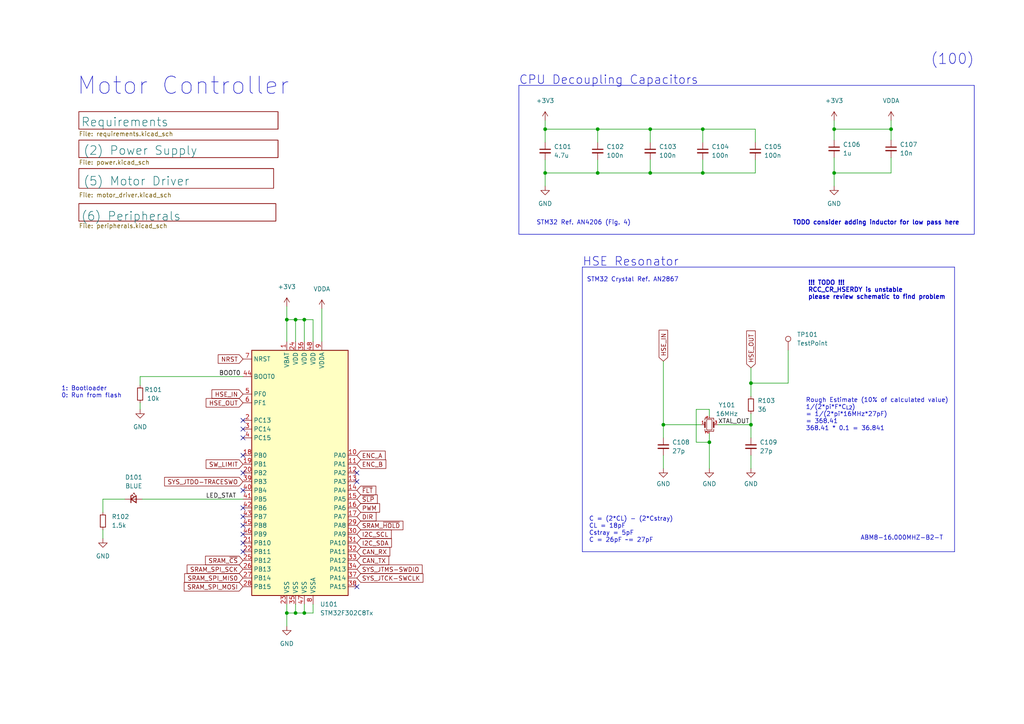
<source format=kicad_sch>
(kicad_sch (version 20230121) (generator eeschema)

  (uuid e63e39d7-6ac0-4ffd-8aa3-1841a4541b55)

  (paper "A4")

  (title_block
    (title "Microcontroller")
    (date "2022-10-30")
    (rev "HULA - 0.2")
    (company "Alexander S. Adranly")
  )

  (lib_symbols
    (symbol "Connector:TestPoint" (pin_numbers hide) (pin_names (offset 0.762) hide) (in_bom yes) (on_board yes)
      (property "Reference" "TP" (at 0 6.858 0)
        (effects (font (size 1.27 1.27)))
      )
      (property "Value" "TestPoint" (at 0 5.08 0)
        (effects (font (size 1.27 1.27)))
      )
      (property "Footprint" "" (at 5.08 0 0)
        (effects (font (size 1.27 1.27)) hide)
      )
      (property "Datasheet" "~" (at 5.08 0 0)
        (effects (font (size 1.27 1.27)) hide)
      )
      (property "ki_keywords" "test point tp" (at 0 0 0)
        (effects (font (size 1.27 1.27)) hide)
      )
      (property "ki_description" "test point" (at 0 0 0)
        (effects (font (size 1.27 1.27)) hide)
      )
      (property "ki_fp_filters" "Pin* Test*" (at 0 0 0)
        (effects (font (size 1.27 1.27)) hide)
      )
      (symbol "TestPoint_0_1"
        (circle (center 0 3.302) (radius 0.762)
          (stroke (width 0) (type default))
          (fill (type none))
        )
      )
      (symbol "TestPoint_1_1"
        (pin passive line (at 0 0 90) (length 2.54)
          (name "1" (effects (font (size 1.27 1.27))))
          (number "1" (effects (font (size 1.27 1.27))))
        )
      )
    )
    (symbol "Device:C_Small" (pin_numbers hide) (pin_names (offset 0.254) hide) (in_bom yes) (on_board yes)
      (property "Reference" "C" (at 0.254 1.778 0)
        (effects (font (size 1.27 1.27)) (justify left))
      )
      (property "Value" "C_Small" (at 0.254 -2.032 0)
        (effects (font (size 1.27 1.27)) (justify left))
      )
      (property "Footprint" "" (at 0 0 0)
        (effects (font (size 1.27 1.27)) hide)
      )
      (property "Datasheet" "~" (at 0 0 0)
        (effects (font (size 1.27 1.27)) hide)
      )
      (property "ki_keywords" "capacitor cap" (at 0 0 0)
        (effects (font (size 1.27 1.27)) hide)
      )
      (property "ki_description" "Unpolarized capacitor, small symbol" (at 0 0 0)
        (effects (font (size 1.27 1.27)) hide)
      )
      (property "ki_fp_filters" "C_*" (at 0 0 0)
        (effects (font (size 1.27 1.27)) hide)
      )
      (symbol "C_Small_0_1"
        (polyline
          (pts
            (xy -1.524 -0.508)
            (xy 1.524 -0.508)
          )
          (stroke (width 0.3302) (type default))
          (fill (type none))
        )
        (polyline
          (pts
            (xy -1.524 0.508)
            (xy 1.524 0.508)
          )
          (stroke (width 0.3048) (type default))
          (fill (type none))
        )
      )
      (symbol "C_Small_1_1"
        (pin passive line (at 0 2.54 270) (length 2.032)
          (name "~" (effects (font (size 1.27 1.27))))
          (number "1" (effects (font (size 1.27 1.27))))
        )
        (pin passive line (at 0 -2.54 90) (length 2.032)
          (name "~" (effects (font (size 1.27 1.27))))
          (number "2" (effects (font (size 1.27 1.27))))
        )
      )
    )
    (symbol "Device:Crystal_GND24_Small" (pin_names (offset 1.016) hide) (in_bom yes) (on_board yes)
      (property "Reference" "Y" (at 1.27 4.445 0)
        (effects (font (size 1.27 1.27)) (justify left))
      )
      (property "Value" "Crystal_GND24_Small" (at 1.27 2.54 0)
        (effects (font (size 1.27 1.27)) (justify left))
      )
      (property "Footprint" "" (at 0 0 0)
        (effects (font (size 1.27 1.27)) hide)
      )
      (property "Datasheet" "~" (at 0 0 0)
        (effects (font (size 1.27 1.27)) hide)
      )
      (property "ki_keywords" "quartz ceramic resonator oscillator" (at 0 0 0)
        (effects (font (size 1.27 1.27)) hide)
      )
      (property "ki_description" "Four pin crystal, GND on pins 2 and 4, small symbol" (at 0 0 0)
        (effects (font (size 1.27 1.27)) hide)
      )
      (property "ki_fp_filters" "Crystal*" (at 0 0 0)
        (effects (font (size 1.27 1.27)) hide)
      )
      (symbol "Crystal_GND24_Small_0_1"
        (rectangle (start -0.762 -1.524) (end 0.762 1.524)
          (stroke (width 0) (type default))
          (fill (type none))
        )
        (polyline
          (pts
            (xy -1.27 -0.762)
            (xy -1.27 0.762)
          )
          (stroke (width 0.381) (type default))
          (fill (type none))
        )
        (polyline
          (pts
            (xy 1.27 -0.762)
            (xy 1.27 0.762)
          )
          (stroke (width 0.381) (type default))
          (fill (type none))
        )
        (polyline
          (pts
            (xy -1.27 -1.27)
            (xy -1.27 -1.905)
            (xy 1.27 -1.905)
            (xy 1.27 -1.27)
          )
          (stroke (width 0) (type default))
          (fill (type none))
        )
        (polyline
          (pts
            (xy -1.27 1.27)
            (xy -1.27 1.905)
            (xy 1.27 1.905)
            (xy 1.27 1.27)
          )
          (stroke (width 0) (type default))
          (fill (type none))
        )
      )
      (symbol "Crystal_GND24_Small_1_1"
        (pin passive line (at -2.54 0 0) (length 1.27)
          (name "1" (effects (font (size 1.27 1.27))))
          (number "1" (effects (font (size 0.762 0.762))))
        )
        (pin passive line (at 0 -2.54 90) (length 0.635)
          (name "2" (effects (font (size 1.27 1.27))))
          (number "2" (effects (font (size 0.762 0.762))))
        )
        (pin passive line (at 2.54 0 180) (length 1.27)
          (name "3" (effects (font (size 1.27 1.27))))
          (number "3" (effects (font (size 0.762 0.762))))
        )
        (pin passive line (at 0 2.54 270) (length 0.635)
          (name "4" (effects (font (size 1.27 1.27))))
          (number "4" (effects (font (size 0.762 0.762))))
        )
      )
    )
    (symbol "Device:LED_Small" (pin_numbers hide) (pin_names (offset 0.254) hide) (in_bom yes) (on_board yes)
      (property "Reference" "D" (at -1.27 3.175 0)
        (effects (font (size 1.27 1.27)) (justify left))
      )
      (property "Value" "LED_Small" (at -4.445 -2.54 0)
        (effects (font (size 1.27 1.27)) (justify left))
      )
      (property "Footprint" "" (at 0 0 90)
        (effects (font (size 1.27 1.27)) hide)
      )
      (property "Datasheet" "~" (at 0 0 90)
        (effects (font (size 1.27 1.27)) hide)
      )
      (property "ki_keywords" "LED diode light-emitting-diode" (at 0 0 0)
        (effects (font (size 1.27 1.27)) hide)
      )
      (property "ki_description" "Light emitting diode, small symbol" (at 0 0 0)
        (effects (font (size 1.27 1.27)) hide)
      )
      (property "ki_fp_filters" "LED* LED_SMD:* LED_THT:*" (at 0 0 0)
        (effects (font (size 1.27 1.27)) hide)
      )
      (symbol "LED_Small_0_1"
        (polyline
          (pts
            (xy -0.762 -1.016)
            (xy -0.762 1.016)
          )
          (stroke (width 0.254) (type default))
          (fill (type none))
        )
        (polyline
          (pts
            (xy 1.016 0)
            (xy -0.762 0)
          )
          (stroke (width 0) (type default))
          (fill (type none))
        )
        (polyline
          (pts
            (xy 0.762 -1.016)
            (xy -0.762 0)
            (xy 0.762 1.016)
            (xy 0.762 -1.016)
          )
          (stroke (width 0.254) (type default))
          (fill (type none))
        )
        (polyline
          (pts
            (xy 0 0.762)
            (xy -0.508 1.27)
            (xy -0.254 1.27)
            (xy -0.508 1.27)
            (xy -0.508 1.016)
          )
          (stroke (width 0) (type default))
          (fill (type none))
        )
        (polyline
          (pts
            (xy 0.508 1.27)
            (xy 0 1.778)
            (xy 0.254 1.778)
            (xy 0 1.778)
            (xy 0 1.524)
          )
          (stroke (width 0) (type default))
          (fill (type none))
        )
      )
      (symbol "LED_Small_1_1"
        (pin passive line (at -2.54 0 0) (length 1.778)
          (name "K" (effects (font (size 1.27 1.27))))
          (number "1" (effects (font (size 1.27 1.27))))
        )
        (pin passive line (at 2.54 0 180) (length 1.778)
          (name "A" (effects (font (size 1.27 1.27))))
          (number "2" (effects (font (size 1.27 1.27))))
        )
      )
    )
    (symbol "Device:R_Small" (pin_numbers hide) (pin_names (offset 0.254) hide) (in_bom yes) (on_board yes)
      (property "Reference" "R" (at 0.762 0.508 0)
        (effects (font (size 1.27 1.27)) (justify left))
      )
      (property "Value" "R_Small" (at 0.762 -1.016 0)
        (effects (font (size 1.27 1.27)) (justify left))
      )
      (property "Footprint" "" (at 0 0 0)
        (effects (font (size 1.27 1.27)) hide)
      )
      (property "Datasheet" "~" (at 0 0 0)
        (effects (font (size 1.27 1.27)) hide)
      )
      (property "ki_keywords" "R resistor" (at 0 0 0)
        (effects (font (size 1.27 1.27)) hide)
      )
      (property "ki_description" "Resistor, small symbol" (at 0 0 0)
        (effects (font (size 1.27 1.27)) hide)
      )
      (property "ki_fp_filters" "R_*" (at 0 0 0)
        (effects (font (size 1.27 1.27)) hide)
      )
      (symbol "R_Small_0_1"
        (rectangle (start -0.762 1.778) (end 0.762 -1.778)
          (stroke (width 0.2032) (type default))
          (fill (type none))
        )
      )
      (symbol "R_Small_1_1"
        (pin passive line (at 0 2.54 270) (length 0.762)
          (name "~" (effects (font (size 1.27 1.27))))
          (number "1" (effects (font (size 1.27 1.27))))
        )
        (pin passive line (at 0 -2.54 90) (length 0.762)
          (name "~" (effects (font (size 1.27 1.27))))
          (number "2" (effects (font (size 1.27 1.27))))
        )
      )
    )
    (symbol "MCU_ST_STM32F3:STM32F302C8Tx" (in_bom yes) (on_board yes)
      (property "Reference" "U" (at -15.24 36.83 0)
        (effects (font (size 1.27 1.27)) (justify left))
      )
      (property "Value" "STM32F302C8Tx" (at 7.62 36.83 0)
        (effects (font (size 1.27 1.27)) (justify left))
      )
      (property "Footprint" "Package_QFP:LQFP-48_7x7mm_P0.5mm" (at -15.24 -35.56 0)
        (effects (font (size 1.27 1.27)) (justify right) hide)
      )
      (property "Datasheet" "http://www.st.com/st-web-ui/static/active/en/resource/technical/document/datasheet/DM00093333.pdf" (at 0 0 0)
        (effects (font (size 1.27 1.27)) hide)
      )
      (property "ki_keywords" "ARM Cortex-M4 STM32F3 STM32F302" (at 0 0 0)
        (effects (font (size 1.27 1.27)) hide)
      )
      (property "ki_description" "ARM Cortex-M4 MCU, 64KB flash, 16KB RAM, 72MHz, 2-3.6V, 37 GPIO, LQFP-48" (at 0 0 0)
        (effects (font (size 1.27 1.27)) hide)
      )
      (property "ki_fp_filters" "LQFP*7x7mm*P0.5mm*" (at 0 0 0)
        (effects (font (size 1.27 1.27)) hide)
      )
      (symbol "STM32F302C8Tx_0_1"
        (rectangle (start -15.24 -35.56) (end 12.7 35.56)
          (stroke (width 0.254) (type default))
          (fill (type background))
        )
      )
      (symbol "STM32F302C8Tx_1_1"
        (pin power_in line (at -5.08 38.1 270) (length 2.54)
          (name "VBAT" (effects (font (size 1.27 1.27))))
          (number "1" (effects (font (size 1.27 1.27))))
        )
        (pin bidirectional line (at 15.24 5.08 180) (length 2.54)
          (name "PA0" (effects (font (size 1.27 1.27))))
          (number "10" (effects (font (size 1.27 1.27))))
        )
        (pin bidirectional line (at 15.24 2.54 180) (length 2.54)
          (name "PA1" (effects (font (size 1.27 1.27))))
          (number "11" (effects (font (size 1.27 1.27))))
        )
        (pin bidirectional line (at 15.24 0 180) (length 2.54)
          (name "PA2" (effects (font (size 1.27 1.27))))
          (number "12" (effects (font (size 1.27 1.27))))
        )
        (pin bidirectional line (at 15.24 -2.54 180) (length 2.54)
          (name "PA3" (effects (font (size 1.27 1.27))))
          (number "13" (effects (font (size 1.27 1.27))))
        )
        (pin bidirectional line (at 15.24 -5.08 180) (length 2.54)
          (name "PA4" (effects (font (size 1.27 1.27))))
          (number "14" (effects (font (size 1.27 1.27))))
        )
        (pin bidirectional line (at 15.24 -7.62 180) (length 2.54)
          (name "PA5" (effects (font (size 1.27 1.27))))
          (number "15" (effects (font (size 1.27 1.27))))
        )
        (pin bidirectional line (at 15.24 -10.16 180) (length 2.54)
          (name "PA6" (effects (font (size 1.27 1.27))))
          (number "16" (effects (font (size 1.27 1.27))))
        )
        (pin bidirectional line (at 15.24 -12.7 180) (length 2.54)
          (name "PA7" (effects (font (size 1.27 1.27))))
          (number "17" (effects (font (size 1.27 1.27))))
        )
        (pin bidirectional line (at -17.78 5.08 0) (length 2.54)
          (name "PB0" (effects (font (size 1.27 1.27))))
          (number "18" (effects (font (size 1.27 1.27))))
        )
        (pin bidirectional line (at -17.78 2.54 0) (length 2.54)
          (name "PB1" (effects (font (size 1.27 1.27))))
          (number "19" (effects (font (size 1.27 1.27))))
        )
        (pin bidirectional line (at -17.78 15.24 0) (length 2.54)
          (name "PC13" (effects (font (size 1.27 1.27))))
          (number "2" (effects (font (size 1.27 1.27))))
        )
        (pin bidirectional line (at -17.78 0 0) (length 2.54)
          (name "PB2" (effects (font (size 1.27 1.27))))
          (number "20" (effects (font (size 1.27 1.27))))
        )
        (pin bidirectional line (at -17.78 -20.32 0) (length 2.54)
          (name "PB10" (effects (font (size 1.27 1.27))))
          (number "21" (effects (font (size 1.27 1.27))))
        )
        (pin bidirectional line (at -17.78 -22.86 0) (length 2.54)
          (name "PB11" (effects (font (size 1.27 1.27))))
          (number "22" (effects (font (size 1.27 1.27))))
        )
        (pin power_in line (at -5.08 -38.1 90) (length 2.54)
          (name "VSS" (effects (font (size 1.27 1.27))))
          (number "23" (effects (font (size 1.27 1.27))))
        )
        (pin power_in line (at -2.54 38.1 270) (length 2.54)
          (name "VDD" (effects (font (size 1.27 1.27))))
          (number "24" (effects (font (size 1.27 1.27))))
        )
        (pin bidirectional line (at -17.78 -25.4 0) (length 2.54)
          (name "PB12" (effects (font (size 1.27 1.27))))
          (number "25" (effects (font (size 1.27 1.27))))
        )
        (pin bidirectional line (at -17.78 -27.94 0) (length 2.54)
          (name "PB13" (effects (font (size 1.27 1.27))))
          (number "26" (effects (font (size 1.27 1.27))))
        )
        (pin bidirectional line (at -17.78 -30.48 0) (length 2.54)
          (name "PB14" (effects (font (size 1.27 1.27))))
          (number "27" (effects (font (size 1.27 1.27))))
        )
        (pin bidirectional line (at -17.78 -33.02 0) (length 2.54)
          (name "PB15" (effects (font (size 1.27 1.27))))
          (number "28" (effects (font (size 1.27 1.27))))
        )
        (pin bidirectional line (at 15.24 -15.24 180) (length 2.54)
          (name "PA8" (effects (font (size 1.27 1.27))))
          (number "29" (effects (font (size 1.27 1.27))))
        )
        (pin bidirectional line (at -17.78 12.7 0) (length 2.54)
          (name "PC14" (effects (font (size 1.27 1.27))))
          (number "3" (effects (font (size 1.27 1.27))))
        )
        (pin bidirectional line (at 15.24 -17.78 180) (length 2.54)
          (name "PA9" (effects (font (size 1.27 1.27))))
          (number "30" (effects (font (size 1.27 1.27))))
        )
        (pin bidirectional line (at 15.24 -20.32 180) (length 2.54)
          (name "PA10" (effects (font (size 1.27 1.27))))
          (number "31" (effects (font (size 1.27 1.27))))
        )
        (pin bidirectional line (at 15.24 -22.86 180) (length 2.54)
          (name "PA11" (effects (font (size 1.27 1.27))))
          (number "32" (effects (font (size 1.27 1.27))))
        )
        (pin bidirectional line (at 15.24 -25.4 180) (length 2.54)
          (name "PA12" (effects (font (size 1.27 1.27))))
          (number "33" (effects (font (size 1.27 1.27))))
        )
        (pin bidirectional line (at 15.24 -27.94 180) (length 2.54)
          (name "PA13" (effects (font (size 1.27 1.27))))
          (number "34" (effects (font (size 1.27 1.27))))
        )
        (pin power_in line (at -2.54 -38.1 90) (length 2.54)
          (name "VSS" (effects (font (size 1.27 1.27))))
          (number "35" (effects (font (size 1.27 1.27))))
        )
        (pin power_in line (at 0 38.1 270) (length 2.54)
          (name "VDD" (effects (font (size 1.27 1.27))))
          (number "36" (effects (font (size 1.27 1.27))))
        )
        (pin bidirectional line (at 15.24 -30.48 180) (length 2.54)
          (name "PA14" (effects (font (size 1.27 1.27))))
          (number "37" (effects (font (size 1.27 1.27))))
        )
        (pin bidirectional line (at 15.24 -33.02 180) (length 2.54)
          (name "PA15" (effects (font (size 1.27 1.27))))
          (number "38" (effects (font (size 1.27 1.27))))
        )
        (pin bidirectional line (at -17.78 -2.54 0) (length 2.54)
          (name "PB3" (effects (font (size 1.27 1.27))))
          (number "39" (effects (font (size 1.27 1.27))))
        )
        (pin bidirectional line (at -17.78 10.16 0) (length 2.54)
          (name "PC15" (effects (font (size 1.27 1.27))))
          (number "4" (effects (font (size 1.27 1.27))))
        )
        (pin bidirectional line (at -17.78 -5.08 0) (length 2.54)
          (name "PB4" (effects (font (size 1.27 1.27))))
          (number "40" (effects (font (size 1.27 1.27))))
        )
        (pin bidirectional line (at -17.78 -7.62 0) (length 2.54)
          (name "PB5" (effects (font (size 1.27 1.27))))
          (number "41" (effects (font (size 1.27 1.27))))
        )
        (pin bidirectional line (at -17.78 -10.16 0) (length 2.54)
          (name "PB6" (effects (font (size 1.27 1.27))))
          (number "42" (effects (font (size 1.27 1.27))))
        )
        (pin bidirectional line (at -17.78 -12.7 0) (length 2.54)
          (name "PB7" (effects (font (size 1.27 1.27))))
          (number "43" (effects (font (size 1.27 1.27))))
        )
        (pin input line (at -17.78 27.94 0) (length 2.54)
          (name "BOOT0" (effects (font (size 1.27 1.27))))
          (number "44" (effects (font (size 1.27 1.27))))
        )
        (pin bidirectional line (at -17.78 -15.24 0) (length 2.54)
          (name "PB8" (effects (font (size 1.27 1.27))))
          (number "45" (effects (font (size 1.27 1.27))))
        )
        (pin bidirectional line (at -17.78 -17.78 0) (length 2.54)
          (name "PB9" (effects (font (size 1.27 1.27))))
          (number "46" (effects (font (size 1.27 1.27))))
        )
        (pin power_in line (at 0 -38.1 90) (length 2.54)
          (name "VSS" (effects (font (size 1.27 1.27))))
          (number "47" (effects (font (size 1.27 1.27))))
        )
        (pin power_in line (at 2.54 38.1 270) (length 2.54)
          (name "VDD" (effects (font (size 1.27 1.27))))
          (number "48" (effects (font (size 1.27 1.27))))
        )
        (pin input line (at -17.78 22.86 0) (length 2.54)
          (name "PF0" (effects (font (size 1.27 1.27))))
          (number "5" (effects (font (size 1.27 1.27))))
        )
        (pin input line (at -17.78 20.32 0) (length 2.54)
          (name "PF1" (effects (font (size 1.27 1.27))))
          (number "6" (effects (font (size 1.27 1.27))))
        )
        (pin input line (at -17.78 33.02 0) (length 2.54)
          (name "NRST" (effects (font (size 1.27 1.27))))
          (number "7" (effects (font (size 1.27 1.27))))
        )
        (pin power_in line (at 2.54 -38.1 90) (length 2.54)
          (name "VSSA" (effects (font (size 1.27 1.27))))
          (number "8" (effects (font (size 1.27 1.27))))
        )
        (pin power_in line (at 5.08 38.1 270) (length 2.54)
          (name "VDDA" (effects (font (size 1.27 1.27))))
          (number "9" (effects (font (size 1.27 1.27))))
        )
      )
    )
    (symbol "power:+3.3V" (power) (pin_names (offset 0)) (in_bom yes) (on_board yes)
      (property "Reference" "#PWR" (at 0 -3.81 0)
        (effects (font (size 1.27 1.27)) hide)
      )
      (property "Value" "+3.3V" (at 0 3.556 0)
        (effects (font (size 1.27 1.27)))
      )
      (property "Footprint" "" (at 0 0 0)
        (effects (font (size 1.27 1.27)) hide)
      )
      (property "Datasheet" "" (at 0 0 0)
        (effects (font (size 1.27 1.27)) hide)
      )
      (property "ki_keywords" "power-flag" (at 0 0 0)
        (effects (font (size 1.27 1.27)) hide)
      )
      (property "ki_description" "Power symbol creates a global label with name \"+3.3V\"" (at 0 0 0)
        (effects (font (size 1.27 1.27)) hide)
      )
      (symbol "+3.3V_0_1"
        (polyline
          (pts
            (xy -0.762 1.27)
            (xy 0 2.54)
          )
          (stroke (width 0) (type default))
          (fill (type none))
        )
        (polyline
          (pts
            (xy 0 0)
            (xy 0 2.54)
          )
          (stroke (width 0) (type default))
          (fill (type none))
        )
        (polyline
          (pts
            (xy 0 2.54)
            (xy 0.762 1.27)
          )
          (stroke (width 0) (type default))
          (fill (type none))
        )
      )
      (symbol "+3.3V_1_1"
        (pin power_in line (at 0 0 90) (length 0) hide
          (name "+3V3" (effects (font (size 1.27 1.27))))
          (number "1" (effects (font (size 1.27 1.27))))
        )
      )
    )
    (symbol "power:GND" (power) (pin_names (offset 0)) (in_bom yes) (on_board yes)
      (property "Reference" "#PWR" (at 0 -6.35 0)
        (effects (font (size 1.27 1.27)) hide)
      )
      (property "Value" "GND" (at 0 -3.81 0)
        (effects (font (size 1.27 1.27)))
      )
      (property "Footprint" "" (at 0 0 0)
        (effects (font (size 1.27 1.27)) hide)
      )
      (property "Datasheet" "" (at 0 0 0)
        (effects (font (size 1.27 1.27)) hide)
      )
      (property "ki_keywords" "power-flag" (at 0 0 0)
        (effects (font (size 1.27 1.27)) hide)
      )
      (property "ki_description" "Power symbol creates a global label with name \"GND\" , ground" (at 0 0 0)
        (effects (font (size 1.27 1.27)) hide)
      )
      (symbol "GND_0_1"
        (polyline
          (pts
            (xy 0 0)
            (xy 0 -1.27)
            (xy 1.27 -1.27)
            (xy 0 -2.54)
            (xy -1.27 -1.27)
            (xy 0 -1.27)
          )
          (stroke (width 0) (type default))
          (fill (type none))
        )
      )
      (symbol "GND_1_1"
        (pin power_in line (at 0 0 270) (length 0) hide
          (name "GND" (effects (font (size 1.27 1.27))))
          (number "1" (effects (font (size 1.27 1.27))))
        )
      )
    )
    (symbol "power:VDDA" (power) (pin_names (offset 0)) (in_bom yes) (on_board yes)
      (property "Reference" "#PWR" (at 0 -3.81 0)
        (effects (font (size 1.27 1.27)) hide)
      )
      (property "Value" "VDDA" (at 0 3.81 0)
        (effects (font (size 1.27 1.27)))
      )
      (property "Footprint" "" (at 0 0 0)
        (effects (font (size 1.27 1.27)) hide)
      )
      (property "Datasheet" "" (at 0 0 0)
        (effects (font (size 1.27 1.27)) hide)
      )
      (property "ki_keywords" "power-flag" (at 0 0 0)
        (effects (font (size 1.27 1.27)) hide)
      )
      (property "ki_description" "Power symbol creates a global label with name \"VDDA\"" (at 0 0 0)
        (effects (font (size 1.27 1.27)) hide)
      )
      (symbol "VDDA_0_1"
        (polyline
          (pts
            (xy -0.762 1.27)
            (xy 0 2.54)
          )
          (stroke (width 0) (type default))
          (fill (type none))
        )
        (polyline
          (pts
            (xy 0 0)
            (xy 0 2.54)
          )
          (stroke (width 0) (type default))
          (fill (type none))
        )
        (polyline
          (pts
            (xy 0 2.54)
            (xy 0.762 1.27)
          )
          (stroke (width 0) (type default))
          (fill (type none))
        )
      )
      (symbol "VDDA_1_1"
        (pin power_in line (at 0 0 90) (length 0) hide
          (name "VDDA" (effects (font (size 1.27 1.27))))
          (number "1" (effects (font (size 1.27 1.27))))
        )
      )
    )
  )

  (junction (at 173.355 37.465) (diameter 0) (color 0 0 0 0)
    (uuid 05581d0e-3653-48fa-8384-7e4660773298)
  )
  (junction (at 83.185 177.8) (diameter 0) (color 0 0 0 0)
    (uuid 14b72763-74ab-45df-bd36-7eac47fd9cb8)
  )
  (junction (at 241.935 50.165) (diameter 0) (color 0 0 0 0)
    (uuid 2229ed93-4c17-4f3b-a782-0ad69fd374af)
  )
  (junction (at 205.74 128.27) (diameter 0) (color 0 0 0 0)
    (uuid 288c6704-df91-4d70-b4aa-c5e578c6a5e5)
  )
  (junction (at 217.805 111.125) (diameter 0) (color 0 0 0 0)
    (uuid 3409042b-4b8e-4677-9a9f-cc1999476bee)
  )
  (junction (at 88.265 92.71) (diameter 0) (color 0 0 0 0)
    (uuid 38b5544c-252a-40af-bdca-68bbe628f1c8)
  )
  (junction (at 203.835 50.165) (diameter 0) (color 0 0 0 0)
    (uuid 3f453ad8-e331-42b0-8439-e92c97c13e5a)
  )
  (junction (at 83.185 92.71) (diameter 0) (color 0 0 0 0)
    (uuid 6a445d18-1fc6-4487-9b59-36420bd68cf8)
  )
  (junction (at 188.595 50.165) (diameter 0) (color 0 0 0 0)
    (uuid 758f771f-9648-47ef-8e73-e39c070ee770)
  )
  (junction (at 217.805 123.19) (diameter 0) (color 0 0 0 0)
    (uuid a4deaa58-1208-4825-91a9-9b14497dc291)
  )
  (junction (at 188.595 37.465) (diameter 0) (color 0 0 0 0)
    (uuid a73b3a10-0606-4db6-adcc-b97defb74cf6)
  )
  (junction (at 173.355 50.165) (diameter 0) (color 0 0 0 0)
    (uuid a9cd5ef7-1f5b-4ce3-9400-94f7c3ff4630)
  )
  (junction (at 85.725 177.8) (diameter 0) (color 0 0 0 0)
    (uuid b991e55e-9b2c-4959-b638-6069459be6e1)
  )
  (junction (at 85.725 92.71) (diameter 0) (color 0 0 0 0)
    (uuid c863fe76-a45c-4435-aae2-88b15e095c66)
  )
  (junction (at 158.115 50.165) (diameter 0) (color 0 0 0 0)
    (uuid da76e936-5f25-446e-b6d7-b304e6bfabfd)
  )
  (junction (at 203.835 37.465) (diameter 0) (color 0 0 0 0)
    (uuid df397439-c6d6-44e9-b679-f2f408b52377)
  )
  (junction (at 241.935 37.465) (diameter 0) (color 0 0 0 0)
    (uuid e4e76bd5-784a-4650-982f-f57f0c1dfada)
  )
  (junction (at 158.115 37.465) (diameter 0) (color 0 0 0 0)
    (uuid e65d48bd-55b4-4c9e-807b-d094278c11de)
  )
  (junction (at 258.445 37.465) (diameter 0) (color 0 0 0 0)
    (uuid f0cb63ab-3276-4759-a058-91e14e4c071a)
  )
  (junction (at 88.265 177.8) (diameter 0) (color 0 0 0 0)
    (uuid fbe8eb30-4ccc-4e42-977a-1003e1d73c05)
  )
  (junction (at 192.405 123.19) (diameter 0) (color 0 0 0 0)
    (uuid fc2c4704-b3ba-4b45-aac9-1d289127f6e2)
  )

  (no_connect (at 70.485 154.94) (uuid 4c22ddfb-bf83-4bbf-98b2-631b4168d2be))
  (no_connect (at 70.485 152.4) (uuid 4f156f31-a953-4d3d-9d9f-2c7e444ff7c2))
  (no_connect (at 103.505 137.16) (uuid 597038f8-484b-457a-8717-873a64ca5790))
  (no_connect (at 70.485 157.48) (uuid 985c50d6-2a80-4434-9880-4a74970b2436))
  (no_connect (at 70.485 160.02) (uuid 985c50d6-2a80-4434-9880-4a74970b2437))
  (no_connect (at 70.485 132.08) (uuid 985c50d6-2a80-4434-9880-4a74970b243c))
  (no_connect (at 70.485 137.16) (uuid 985c50d6-2a80-4434-9880-4a74970b243d))
  (no_connect (at 70.485 142.24) (uuid 985c50d6-2a80-4434-9880-4a74970b243f))
  (no_connect (at 70.485 121.92) (uuid 985c50d6-2a80-4434-9880-4a74970b2440))
  (no_connect (at 70.485 124.46) (uuid 985c50d6-2a80-4434-9880-4a74970b2441))
  (no_connect (at 70.485 127) (uuid 985c50d6-2a80-4434-9880-4a74970b2442))
  (no_connect (at 70.485 147.32) (uuid 985c50d6-2a80-4434-9880-4a74970b2443))
  (no_connect (at 70.485 149.86) (uuid 985c50d6-2a80-4434-9880-4a74970b2444))
  (no_connect (at 103.505 170.18) (uuid 985c50d6-2a80-4434-9880-4a74970b2447))
  (no_connect (at 103.505 139.7) (uuid ccb5bf7a-04d8-4a27-8aca-39babd136b71))

  (wire (pts (xy 83.185 175.26) (xy 83.185 177.8))
    (stroke (width 0) (type default))
    (uuid 0182a3ec-0ccf-4343-b125-a25b266a3308)
  )
  (wire (pts (xy 217.805 120.015) (xy 217.805 123.19))
    (stroke (width 0) (type default))
    (uuid 064fd823-9740-41e0-842c-770c7ea947b1)
  )
  (wire (pts (xy 90.805 92.71) (xy 88.265 92.71))
    (stroke (width 0) (type default))
    (uuid 0cf085d7-e82a-40c9-b3d0-ab4413a843d8)
  )
  (wire (pts (xy 88.265 99.06) (xy 88.265 92.71))
    (stroke (width 0) (type default))
    (uuid 0d402314-0ad1-4fc4-b04e-288896ea7ca8)
  )
  (wire (pts (xy 41.275 144.78) (xy 70.485 144.78))
    (stroke (width 0) (type default))
    (uuid 17ade095-cb8e-47da-ba1d-87486987e267)
  )
  (wire (pts (xy 208.28 123.19) (xy 217.805 123.19))
    (stroke (width 0) (type default))
    (uuid 19eac6be-309e-43fc-8a1b-30408ad9975f)
  )
  (wire (pts (xy 90.805 175.26) (xy 90.805 177.8))
    (stroke (width 0) (type default))
    (uuid 1b4136af-d3bb-44d2-817a-f1ad34c5e018)
  )
  (wire (pts (xy 217.805 135.89) (xy 217.805 132.08))
    (stroke (width 0) (type default))
    (uuid 1d12d3e1-3834-4a32-b0bc-b0ba0ce59336)
  )
  (wire (pts (xy 29.845 144.78) (xy 36.195 144.78))
    (stroke (width 0) (type default))
    (uuid 1e5ff983-c745-446c-8e4b-51bb1243f61c)
  )
  (polyline (pts (xy 276.86 160.02) (xy 276.86 77.47))
    (stroke (width 0) (type default))
    (uuid 2acb094d-272e-46bd-b127-1a0db59609c2)
  )

  (wire (pts (xy 40.64 111.76) (xy 40.64 109.22))
    (stroke (width 0) (type default))
    (uuid 2f233163-3900-443c-b92b-33b3f2a5b8f8)
  )
  (wire (pts (xy 205.74 125.73) (xy 205.74 128.27))
    (stroke (width 0) (type default))
    (uuid 2fbeccf6-fb90-4cc8-8e13-9b9573e2f2fe)
  )
  (wire (pts (xy 205.74 128.27) (xy 205.74 135.89))
    (stroke (width 0) (type default))
    (uuid 3309a6ca-4edd-4946-b117-5cb49d11aa89)
  )
  (wire (pts (xy 258.445 50.165) (xy 241.935 50.165))
    (stroke (width 0) (type default))
    (uuid 35812faf-fa96-4e4d-9de7-5bcc1f91a8e7)
  )
  (wire (pts (xy 40.64 118.745) (xy 40.64 116.84))
    (stroke (width 0) (type default))
    (uuid 35babb72-16db-4dfe-bd0e-feb6d04f41f9)
  )
  (wire (pts (xy 228.6 111.125) (xy 217.805 111.125))
    (stroke (width 0) (type default))
    (uuid 35e4cb11-0d8d-43d9-87c4-78c8e11bc162)
  )
  (polyline (pts (xy 168.91 77.47) (xy 168.91 160.02))
    (stroke (width 0) (type default))
    (uuid 394d524b-6691-460d-9d2e-c73bc8c87c69)
  )

  (wire (pts (xy 192.405 123.19) (xy 192.405 127))
    (stroke (width 0) (type default))
    (uuid 3aec76e6-f9b2-4064-8cf2-df4d0b7b3f02)
  )
  (polyline (pts (xy 150.495 24.765) (xy 150.495 67.945))
    (stroke (width 0) (type default))
    (uuid 3db87ddf-3fbd-4c0c-b717-5906fe5516bf)
  )

  (wire (pts (xy 205.74 118.745) (xy 201.93 118.745))
    (stroke (width 0) (type default))
    (uuid 416004fc-89b8-4851-9a15-5c2f95f7ad29)
  )
  (wire (pts (xy 188.595 50.165) (xy 173.355 50.165))
    (stroke (width 0) (type default))
    (uuid 41bf046d-88c3-42a5-86f8-9ec72bf8883a)
  )
  (wire (pts (xy 241.935 37.465) (xy 241.935 40.64))
    (stroke (width 0) (type default))
    (uuid 4978c396-3dd7-4ee4-adf3-54b724ada840)
  )
  (wire (pts (xy 173.355 46.355) (xy 173.355 50.165))
    (stroke (width 0) (type default))
    (uuid 4d866345-2c7a-4725-ac47-900c5dc70308)
  )
  (wire (pts (xy 219.075 50.165) (xy 203.835 50.165))
    (stroke (width 0) (type default))
    (uuid 507b6d9d-2520-47bc-95ee-04688a6996fa)
  )
  (wire (pts (xy 90.805 99.06) (xy 90.805 92.71))
    (stroke (width 0) (type default))
    (uuid 5341885b-7ed6-4606-bedb-0c884a27d562)
  )
  (wire (pts (xy 219.075 41.275) (xy 219.075 37.465))
    (stroke (width 0) (type default))
    (uuid 57be74fb-1441-4e9c-8582-eb00aba215c4)
  )
  (wire (pts (xy 258.445 40.64) (xy 258.445 37.465))
    (stroke (width 0) (type default))
    (uuid 589b3790-2f28-45fc-b797-1ddacc511abd)
  )
  (wire (pts (xy 88.265 175.26) (xy 88.265 177.8))
    (stroke (width 0) (type default))
    (uuid 58c11a28-87dd-4b4a-9894-0bc095ef7bbe)
  )
  (wire (pts (xy 203.835 50.165) (xy 188.595 50.165))
    (stroke (width 0) (type default))
    (uuid 5b481528-59fd-4ee5-b208-4541cd998106)
  )
  (wire (pts (xy 258.445 34.925) (xy 258.445 37.465))
    (stroke (width 0) (type default))
    (uuid 5b805951-160b-42c9-a64c-6308f68a581c)
  )
  (wire (pts (xy 201.93 128.27) (xy 205.74 128.27))
    (stroke (width 0) (type default))
    (uuid 61c75e00-93f8-4801-a582-0b65165de11b)
  )
  (wire (pts (xy 173.355 37.465) (xy 188.595 37.465))
    (stroke (width 0) (type default))
    (uuid 66a5ae58-c587-46fd-a7d9-5f88ceefbdd3)
  )
  (wire (pts (xy 258.445 45.72) (xy 258.445 50.165))
    (stroke (width 0) (type default))
    (uuid 67114ee8-d93b-48db-800e-430c13c57deb)
  )
  (polyline (pts (xy 168.91 77.47) (xy 276.86 77.47))
    (stroke (width 0) (type default))
    (uuid 6a674f2b-90a0-4144-8abd-ce91c5b57276)
  )

  (wire (pts (xy 158.115 37.465) (xy 158.115 41.275))
    (stroke (width 0) (type default))
    (uuid 6c06ac28-a09d-4361-8848-fe286b2fffb4)
  )
  (wire (pts (xy 192.405 123.19) (xy 203.2 123.19))
    (stroke (width 0) (type default))
    (uuid 6cf51b7c-7d0b-49d9-9ca6-80731e88a674)
  )
  (wire (pts (xy 205.74 120.65) (xy 205.74 118.745))
    (stroke (width 0) (type default))
    (uuid 720ba559-d3f8-470d-838f-7a64acd378c3)
  )
  (wire (pts (xy 188.595 41.275) (xy 188.595 37.465))
    (stroke (width 0) (type default))
    (uuid 75bd7d4d-4dd0-41fa-8af3-f8934c58162b)
  )
  (wire (pts (xy 83.185 92.71) (xy 83.185 99.06))
    (stroke (width 0) (type default))
    (uuid 769c07eb-e04f-4e79-90a8-114a728534d5)
  )
  (wire (pts (xy 219.075 37.465) (xy 203.835 37.465))
    (stroke (width 0) (type default))
    (uuid 80e3ad5d-889e-4a8a-b73e-70274e2b680b)
  )
  (wire (pts (xy 241.935 34.925) (xy 241.935 37.465))
    (stroke (width 0) (type default))
    (uuid 82aabae5-e10a-448a-be77-743c258d18e5)
  )
  (wire (pts (xy 173.355 41.275) (xy 173.355 37.465))
    (stroke (width 0) (type default))
    (uuid 872ab99e-876e-45bc-a425-8d42774d2b06)
  )
  (wire (pts (xy 85.725 92.71) (xy 83.185 92.71))
    (stroke (width 0) (type default))
    (uuid 8e9efd80-8972-44ca-ae08-c33e24e04c81)
  )
  (wire (pts (xy 93.345 89.535) (xy 93.345 99.06))
    (stroke (width 0) (type default))
    (uuid 90ba69fe-adf8-45ed-a12c-828438a8f727)
  )
  (wire (pts (xy 158.115 34.925) (xy 158.115 37.465))
    (stroke (width 0) (type default))
    (uuid 93ea939e-ceb9-4741-87b7-f3c83841fec8)
  )
  (wire (pts (xy 258.445 37.465) (xy 241.935 37.465))
    (stroke (width 0) (type default))
    (uuid 9614d7fb-faed-4d45-ae0f-5c8718316921)
  )
  (wire (pts (xy 40.64 109.22) (xy 70.485 109.22))
    (stroke (width 0) (type default))
    (uuid 968f167c-8946-4532-aeb8-b09cde5022bc)
  )
  (polyline (pts (xy 282.575 67.945) (xy 282.575 24.765))
    (stroke (width 0) (type default))
    (uuid 98cc9de1-6bd7-4370-b58b-28563b94347a)
  )

  (wire (pts (xy 83.185 88.9) (xy 83.185 92.71))
    (stroke (width 0) (type default))
    (uuid a4830eab-7022-4818-ab60-3726e9d5e516)
  )
  (wire (pts (xy 241.935 50.165) (xy 241.935 53.975))
    (stroke (width 0) (type default))
    (uuid a88ed595-b4d1-42e3-94e4-8920656324ab)
  )
  (wire (pts (xy 88.265 92.71) (xy 85.725 92.71))
    (stroke (width 0) (type default))
    (uuid a985c285-df09-4c9d-b553-cf7c4e0d708a)
  )
  (wire (pts (xy 88.265 177.8) (xy 85.725 177.8))
    (stroke (width 0) (type default))
    (uuid b123fb0f-6b6a-472a-8d77-e61c4ad512c4)
  )
  (wire (pts (xy 158.115 37.465) (xy 173.355 37.465))
    (stroke (width 0) (type default))
    (uuid b1804610-68c0-4f12-92ff-5ffefc115c7e)
  )
  (wire (pts (xy 158.115 46.355) (xy 158.115 50.165))
    (stroke (width 0) (type default))
    (uuid b513fe77-97ea-42aa-9b7a-cf1370b596fb)
  )
  (wire (pts (xy 217.805 106.68) (xy 217.805 111.125))
    (stroke (width 0) (type default))
    (uuid b5d53146-d2a9-4729-beab-f9cd5aa87f7a)
  )
  (wire (pts (xy 29.845 148.59) (xy 29.845 144.78))
    (stroke (width 0) (type default))
    (uuid b6514ffd-216e-4026-913c-27dc954e817a)
  )
  (wire (pts (xy 83.185 177.8) (xy 83.185 181.61))
    (stroke (width 0) (type default))
    (uuid b8efda2b-d6d0-4354-b4a9-10245db2a076)
  )
  (wire (pts (xy 201.93 118.745) (xy 201.93 128.27))
    (stroke (width 0) (type default))
    (uuid bcc1becb-eb9b-420d-870e-47eed68cd5e4)
  )
  (polyline (pts (xy 282.575 24.765) (xy 150.495 24.765))
    (stroke (width 0) (type default))
    (uuid c0477393-31e8-40d5-b090-5fa2eaf7ba72)
  )

  (wire (pts (xy 188.595 37.465) (xy 203.835 37.465))
    (stroke (width 0) (type default))
    (uuid c30c25ba-747a-413b-9356-70be46b884c0)
  )
  (wire (pts (xy 90.805 177.8) (xy 88.265 177.8))
    (stroke (width 0) (type default))
    (uuid c5a8a2c2-9580-414c-af2a-ac95f66c3459)
  )
  (wire (pts (xy 85.725 99.06) (xy 85.725 92.71))
    (stroke (width 0) (type default))
    (uuid c6fe0370-a9de-4fb1-b059-b8974a605d26)
  )
  (wire (pts (xy 192.405 135.89) (xy 192.405 132.08))
    (stroke (width 0) (type default))
    (uuid c90c8ddf-2e74-47a3-98cd-671cc19316fe)
  )
  (wire (pts (xy 85.725 175.26) (xy 85.725 177.8))
    (stroke (width 0) (type default))
    (uuid cd914efc-af8e-4f0a-a357-7058f3b85b01)
  )
  (polyline (pts (xy 168.91 160.02) (xy 276.86 160.02))
    (stroke (width 0) (type default))
    (uuid d31eb272-6777-4840-b0c3-d9b29e2a3fb1)
  )

  (wire (pts (xy 29.845 156.21) (xy 29.845 153.67))
    (stroke (width 0) (type default))
    (uuid d331d8e8-47e9-436b-bcc6-689b555bf766)
  )
  (wire (pts (xy 203.835 41.275) (xy 203.835 37.465))
    (stroke (width 0) (type default))
    (uuid d6a380e8-6cdb-431a-92f9-9437165f346f)
  )
  (wire (pts (xy 85.725 177.8) (xy 83.185 177.8))
    (stroke (width 0) (type default))
    (uuid d94a8ab5-5b07-4985-9e8d-39c4f373cbcc)
  )
  (wire (pts (xy 158.115 50.165) (xy 158.115 53.975))
    (stroke (width 0) (type default))
    (uuid da667262-ac15-4181-8b73-ffcc0cc8cd46)
  )
  (wire (pts (xy 219.075 46.355) (xy 219.075 50.165))
    (stroke (width 0) (type default))
    (uuid db881d36-3c8e-4335-85df-84c38fe30351)
  )
  (wire (pts (xy 217.805 111.125) (xy 217.805 114.935))
    (stroke (width 0) (type default))
    (uuid e4a27025-fca3-43ce-b671-40b9c3b5a90d)
  )
  (wire (pts (xy 241.935 45.72) (xy 241.935 50.165))
    (stroke (width 0) (type default))
    (uuid e7c7115f-f466-4892-8f15-32227ab644e8)
  )
  (wire (pts (xy 203.835 46.355) (xy 203.835 50.165))
    (stroke (width 0) (type default))
    (uuid e848be20-2930-4584-a84d-8a948bcdfedf)
  )
  (wire (pts (xy 192.405 104.775) (xy 192.405 123.19))
    (stroke (width 0) (type default))
    (uuid ee07fb7b-8355-454e-a0c0-2a468ecc1a72)
  )
  (wire (pts (xy 228.6 101.6) (xy 228.6 111.125))
    (stroke (width 0) (type default))
    (uuid f1df7a88-2df6-47b2-9b90-d7e60e9e45ac)
  )
  (wire (pts (xy 217.805 123.19) (xy 217.805 127))
    (stroke (width 0) (type default))
    (uuid f386a6af-4704-455e-9088-e76cd4eb3711)
  )
  (wire (pts (xy 173.355 50.165) (xy 158.115 50.165))
    (stroke (width 0) (type default))
    (uuid f6e4bbec-6826-4ad6-9c75-115332a4143d)
  )
  (wire (pts (xy 188.595 46.355) (xy 188.595 50.165))
    (stroke (width 0) (type default))
    (uuid fa784567-54e2-4d51-90ef-b143549adefe)
  )
  (polyline (pts (xy 150.495 67.945) (xy 282.575 67.945))
    (stroke (width 0) (type default))
    (uuid fc75540b-5171-40eb-86d5-71c16715db5d)
  )

  (text "Motor Controller" (at 22.225 27.94 0)
    (effects (font (size 5 5)) (justify left bottom))
    (uuid 0f726bd6-60c5-40ae-afa3-84d5e8133630)
  )
  (text "Rough Estimate (10% of calculated value)\n1/(2*pi*F*C_{L2})\n= 1/(2*pi*16MHz*27pF)\n= 368.41\n368.41 * 0.1 = 36.841"
    (at 233.68 125.095 0)
    (effects (font (size 1.27 1.27)) (justify left bottom))
    (uuid 185a4d14-ba2c-4702-bd00-0c5a75f6b32e)
  )
  (text "1: Bootloader\n0: Run from flash" (at 17.78 115.57 0)
    (effects (font (size 1.27 1.27)) (justify left bottom))
    (uuid 1f5a93aa-b80b-4a06-9039-8e774b5c3513)
  )
  (text "!!! TODO !!!\nRCC_CR_HSERDY is unstable\nplease review schematic to find problem"
    (at 234.315 86.995 0)
    (effects (font (size 1.27 1.27) (thickness 0.254) bold) (justify left bottom))
    (uuid 557dc336-3e7a-4776-b7fc-02ad95da5c08)
  )
  (text "HSE Resonator" (at 168.91 77.47 0)
    (effects (font (size 2.5 2.5)) (justify left bottom))
    (uuid 63a5521d-8fd4-4902-8456-1538baa38eb9)
  )
  (text "TODO consider adding inductor for low pass here" (at 229.87 65.405 0)
    (effects (font (size 1.27 1.27) (thickness 0.254) bold) (justify left bottom))
    (uuid 7d509f36-1bda-46a8-8dce-9e4ba469d6e3)
  )
  (text "CPU Decoupling Capacitors" (at 150.495 24.765 0)
    (effects (font (size 2.5 2.5)) (justify left bottom))
    (uuid 8014b124-7aad-4693-a7bd-225701a4204a)
  )
  (text "STM32 Ref. AN4206 (Fig. 4)" (at 155.575 65.405 0)
    (effects (font (size 1.27 1.27)) (justify left bottom))
    (uuid 992a2281-8684-4530-9316-cc81a9ed0d03)
  )
  (text "STM32 Crystal Ref. AN2867" (at 170.18 81.915 0)
    (effects (font (size 1.27 1.27)) (justify left bottom))
    (uuid a793ae30-e77c-4dd0-a9af-810971633d39)
  )
  (text "(100)" (at 269.875 19.05 0)
    (effects (font (size 3 3)) (justify left bottom))
    (uuid b463aeaf-1a29-434a-80cb-2e7653379fb8)
  )
  (text "C = (2*CL) - (2*Cstray)\nCL = 18pF\nCstray = 5pF\nC = 26pF ~= 27pF"
    (at 170.815 157.48 0)
    (effects (font (size 1.27 1.27)) (justify left bottom))
    (uuid f8b3aa89-05e7-483c-81b6-a50e5acdf9fd)
  )
  (text "ABM8-16.000MHZ-B2-T" (at 249.555 156.845 0)
    (effects (font (size 1.27 1.27)) (justify left bottom))
    (uuid fae950bb-b4c1-4b00-8635-0d5dc4c779f6)
  )

  (label "BOOT0" (at 63.5 109.22 0) (fields_autoplaced)
    (effects (font (size 1.27 1.27)) (justify left bottom))
    (uuid 50717cc0-f29b-4e9c-b3d3-6856c38f82bb)
  )
  (label "XTAL_OUT" (at 208.28 123.19 0) (fields_autoplaced)
    (effects (font (size 1.27 1.27)) (justify left bottom))
    (uuid 5c546d0e-0170-4568-bd25-ec557642a68b)
  )
  (label "LED_STAT" (at 59.69 144.78 0) (fields_autoplaced)
    (effects (font (size 1.27 1.27)) (justify left bottom))
    (uuid a6111cf5-ae84-4bff-9251-e47ca1108d9f)
  )

  (global_label "HSE_OUT" (shape input) (at 70.485 116.84 180) (fields_autoplaced)
    (effects (font (size 1.27 1.27)) (justify right))
    (uuid 110c81c5-8166-47e8-88be-bd3533ba5441)
    (property "Intersheetrefs" "${INTERSHEET_REFS}" (at 59.7867 116.7606 0)
      (effects (font (size 1.27 1.27)) (justify right) hide)
    )
  )
  (global_label "CAN_RX" (shape input) (at 103.505 160.02 0) (fields_autoplaced)
    (effects (font (size 1.27 1.27)) (justify left))
    (uuid 1b5267d5-ba20-4ff3-bb78-53c2cc1d99ce)
    (property "Intersheetrefs" "${INTERSHEET_REFS}" (at 113.0543 160.0994 0)
      (effects (font (size 1.27 1.27)) (justify left) hide)
    )
  )
  (global_label "DIR" (shape input) (at 103.505 149.86 0) (fields_autoplaced)
    (effects (font (size 1.27 1.27)) (justify left))
    (uuid 2e6be7ec-0bca-4b7f-9579-b896b318190f)
    (property "Intersheetrefs" "${INTERSHEET_REFS}" (at 109.0629 149.9394 0)
      (effects (font (size 1.27 1.27)) (justify left) hide)
    )
  )
  (global_label "SRAM_~{CS}" (shape input) (at 70.485 162.56 180) (fields_autoplaced)
    (effects (font (size 1.27 1.27)) (justify right))
    (uuid 334ea9d5-c233-4240-903b-90019f3d8f0a)
    (property "Intersheetrefs" "${INTERSHEET_REFS}" (at 59.6052 162.4806 0)
      (effects (font (size 1.27 1.27)) (justify right) hide)
    )
  )
  (global_label "I2C_SCL" (shape input) (at 103.505 154.94 0) (fields_autoplaced)
    (effects (font (size 1.27 1.27)) (justify left))
    (uuid 387c836c-acc8-4d8c-883c-b50ec7b3e0bc)
    (property "Intersheetrefs" "${INTERSHEET_REFS}" (at 113.4776 154.8606 0)
      (effects (font (size 1.27 1.27)) (justify left) hide)
    )
  )
  (global_label "SRAM_SPI_MOSI" (shape input) (at 70.485 170.18 180) (fields_autoplaced)
    (effects (font (size 1.27 1.27)) (justify right))
    (uuid 4a652c24-8c5b-4476-9e4a-99ede9bf21b0)
    (property "Intersheetrefs" "${INTERSHEET_REFS}" (at 53.4367 170.1006 0)
      (effects (font (size 1.27 1.27)) (justify right) hide)
    )
  )
  (global_label "I2C_SDA" (shape input) (at 103.505 157.48 0) (fields_autoplaced)
    (effects (font (size 1.27 1.27)) (justify left))
    (uuid 5af864f8-8e57-4b16-8ad2-f9a5f2ed9d0d)
    (property "Intersheetrefs" "${INTERSHEET_REFS}" (at 113.5381 157.5594 0)
      (effects (font (size 1.27 1.27)) (justify left) hide)
    )
  )
  (global_label "SYS_JTCK-SWCLK" (shape input) (at 103.505 167.64 0) (fields_autoplaced)
    (effects (font (size 1.27 1.27)) (justify left))
    (uuid 5e35952e-d88f-4475-be3a-55f957e6f901)
    (property "Intersheetrefs" "${INTERSHEET_REFS}" (at 122.67 167.5606 0)
      (effects (font (size 1.27 1.27)) (justify left) hide)
    )
  )
  (global_label "NRST" (shape input) (at 70.485 104.14 180) (fields_autoplaced)
    (effects (font (size 1.27 1.27)) (justify right))
    (uuid 6f7a1590-a4e2-43f8-a7ed-f0af78e7d403)
    (property "Intersheetrefs" "${INTERSHEET_REFS}" (at 63.2943 104.0606 0)
      (effects (font (size 1.27 1.27)) (justify right) hide)
    )
  )
  (global_label "SYS_JTDO-TRACESWO" (shape input) (at 70.485 139.7 180) (fields_autoplaced)
    (effects (font (size 1.27 1.27)) (justify right))
    (uuid 7d3ae7a5-a314-458f-8f57-9097b19494ac)
    (property "Intersheetrefs" "${INTERSHEET_REFS}" (at 47.7519 139.6206 0)
      (effects (font (size 1.27 1.27)) (justify right) hide)
    )
  )
  (global_label "~{FLT}" (shape input) (at 103.505 142.24 0) (fields_autoplaced)
    (effects (font (size 1.27 1.27)) (justify left))
    (uuid 852e285c-47f5-47a8-8e87-e2785ec693cb)
    (property "Intersheetrefs" "${INTERSHEET_REFS}" (at 109.0024 142.3194 0)
      (effects (font (size 1.27 1.27)) (justify left) hide)
    )
  )
  (global_label "HSE_OUT" (shape input) (at 217.805 106.68 90) (fields_autoplaced)
    (effects (font (size 1.27 1.27)) (justify left))
    (uuid 8fae95c6-d634-46fd-8b85-3b20a15e4f08)
    (property "Intersheetrefs" "${INTERSHEET_REFS}" (at 217.7256 95.9817 90)
      (effects (font (size 1.27 1.27)) (justify left) hide)
    )
  )
  (global_label "SRAM_SPI_SCK" (shape input) (at 70.485 165.1 180) (fields_autoplaced)
    (effects (font (size 1.27 1.27)) (justify right))
    (uuid 94d4abfa-a594-4d85-abfc-237533a7709b)
    (property "Intersheetrefs" "${INTERSHEET_REFS}" (at 54.2833 165.1794 0)
      (effects (font (size 1.27 1.27)) (justify right) hide)
    )
  )
  (global_label "~{SLP}" (shape input) (at 103.505 144.78 0) (fields_autoplaced)
    (effects (font (size 1.27 1.27)) (justify left))
    (uuid 97b1a7c8-3b28-461b-ace2-3bc1361f47ba)
    (property "Intersheetrefs" "${INTERSHEET_REFS}" (at 109.4257 144.8594 0)
      (effects (font (size 1.27 1.27)) (justify left) hide)
    )
  )
  (global_label "SW_LIMIT" (shape input) (at 70.485 134.62 180) (fields_autoplaced)
    (effects (font (size 1.27 1.27)) (justify right))
    (uuid 9b2f5527-2f54-49d9-8418-584f944f31cf)
    (property "Intersheetrefs" "${INTERSHEET_REFS}" (at 59.7867 134.5406 0)
      (effects (font (size 1.27 1.27)) (justify right) hide)
    )
  )
  (global_label "SRAM_SPI_MIS0" (shape input) (at 70.485 167.64 180) (fields_autoplaced)
    (effects (font (size 1.27 1.27)) (justify right))
    (uuid ac49fc44-8e32-4622-95ad-b2a6076107ad)
    (property "Intersheetrefs" "${INTERSHEET_REFS}" (at 53.5576 167.5606 0)
      (effects (font (size 1.27 1.27)) (justify right) hide)
    )
  )
  (global_label "HSE_IN" (shape input) (at 192.405 104.775 90) (fields_autoplaced)
    (effects (font (size 1.27 1.27)) (justify left))
    (uuid ad5fd247-06f4-4655-b046-988ea897b453)
    (property "Intersheetrefs" "${INTERSHEET_REFS}" (at 192.3256 95.77 90)
      (effects (font (size 1.27 1.27)) (justify left) hide)
    )
  )
  (global_label "ENC_B" (shape input) (at 103.505 134.62 0) (fields_autoplaced)
    (effects (font (size 1.27 1.27)) (justify left))
    (uuid b75b346d-6247-4084-ae11-d02de703fe92)
    (property "Intersheetrefs" "${INTERSHEET_REFS}" (at 111.9052 134.6994 0)
      (effects (font (size 1.27 1.27)) (justify left) hide)
    )
  )
  (global_label "PWM" (shape input) (at 103.505 147.32 0) (fields_autoplaced)
    (effects (font (size 1.27 1.27)) (justify left))
    (uuid c9006782-e813-40db-a94a-50754a33fdb5)
    (property "Intersheetrefs" "${INTERSHEET_REFS}" (at 110.091 147.3994 0)
      (effects (font (size 1.27 1.27)) (justify left) hide)
    )
  )
  (global_label "CAN_TX" (shape input) (at 103.505 162.56 0) (fields_autoplaced)
    (effects (font (size 1.27 1.27)) (justify left))
    (uuid d9607161-e5a0-4011-a9c9-e3bc1cc7b6b8)
    (property "Intersheetrefs" "${INTERSHEET_REFS}" (at 112.7519 162.6394 0)
      (effects (font (size 1.27 1.27)) (justify left) hide)
    )
  )
  (global_label "HSE_IN" (shape input) (at 70.485 114.3 180) (fields_autoplaced)
    (effects (font (size 1.27 1.27)) (justify right))
    (uuid dc3bbcc4-ee94-4c04-9a63-029f1762b65d)
    (property "Intersheetrefs" "${INTERSHEET_REFS}" (at 61.48 114.2206 0)
      (effects (font (size 1.27 1.27)) (justify right) hide)
    )
  )
  (global_label "SRAM_~{HOLD}" (shape input) (at 103.505 152.4 0) (fields_autoplaced)
    (effects (font (size 1.27 1.27)) (justify left))
    (uuid dc4f2cb6-9142-40fd-9f26-291eb0a25f76)
    (property "Intersheetrefs" "${INTERSHEET_REFS}" (at 116.8643 152.3206 0)
      (effects (font (size 1.27 1.27)) (justify left) hide)
    )
  )
  (global_label "ENC_A" (shape input) (at 103.505 132.08 0) (fields_autoplaced)
    (effects (font (size 1.27 1.27)) (justify left))
    (uuid e67e1efe-333f-4cb0-9410-7b5849a3267e)
    (property "Intersheetrefs" "${INTERSHEET_REFS}" (at 111.7238 132.1594 0)
      (effects (font (size 1.27 1.27)) (justify left) hide)
    )
  )
  (global_label "SYS_JTMS-SWDIO" (shape input) (at 103.505 165.1 0) (fields_autoplaced)
    (effects (font (size 1.27 1.27)) (justify left))
    (uuid f7f19c30-b108-4115-bbd0-ac0523c24c86)
    (property "Intersheetrefs" "${INTERSHEET_REFS}" (at 122.4281 165.0206 0)
      (effects (font (size 1.27 1.27)) (justify left) hide)
    )
  )

  (symbol (lib_id "Device:LED_Small") (at 38.735 144.78 0) (unit 1)
    (in_bom yes) (on_board yes) (dnp no) (fields_autoplaced)
    (uuid 09679a71-4fc7-4bef-bdbc-11ba866f6b8c)
    (property "Reference" "D101" (at 38.7985 138.43 0)
      (effects (font (size 1.27 1.27)))
    )
    (property "Value" "BLUE" (at 38.7985 140.97 0)
      (effects (font (size 1.27 1.27)))
    )
    (property "Footprint" "LED_SMD:LED_0603_1608Metric" (at 38.735 144.78 90)
      (effects (font (size 1.27 1.27)) hide)
    )
    (property "Datasheet" "~" (at 38.735 144.78 90)
      (effects (font (size 1.27 1.27)) hide)
    )
    (property "Manufacturer_Name" "Everlight Elec" (at 38.735 144.78 0)
      (effects (font (size 1.27 1.27)) hide)
    )
    (property "Manufacturer_Part_Number" "19-217/BHC-ZL1M2RY/3T" (at 38.735 144.78 0)
      (effects (font (size 1.27 1.27)) hide)
    )
    (pin "1" (uuid 937fc08d-cdec-4d6e-80ab-98a4add6da0d))
    (pin "2" (uuid c91bdfd7-ad5d-41fe-91f6-e48888bba010))
    (instances
      (project "motor_controller"
        (path "/e63e39d7-6ac0-4ffd-8aa3-1841a4541b55"
          (reference "D101") (unit 1)
        )
      )
    )
  )

  (symbol (lib_id "Device:C_Small") (at 158.115 43.815 0) (unit 1)
    (in_bom yes) (on_board yes) (dnp no) (fields_autoplaced)
    (uuid 0c9be3ce-0d69-4ee8-a0c9-bc79d1c607f7)
    (property "Reference" "C101" (at 160.655 42.5512 0)
      (effects (font (size 1.27 1.27)) (justify left))
    )
    (property "Value" "4.7u" (at 160.655 45.0912 0)
      (effects (font (size 1.27 1.27)) (justify left))
    )
    (property "Footprint" "Capacitor_SMD:C_0603_1608Metric" (at 158.115 43.815 0)
      (effects (font (size 1.27 1.27)) hide)
    )
    (property "Datasheet" "~" (at 158.115 43.815 0)
      (effects (font (size 1.27 1.27)) hide)
    )
    (property "Manufacturer_Name" "Samsung Electro-Mechanics" (at 158.115 43.815 0)
      (effects (font (size 1.27 1.27)) hide)
    )
    (property "Manufacturer_Part_Number" "CL10A475KO8NNNC" (at 158.115 43.815 0)
      (effects (font (size 1.27 1.27)) hide)
    )
    (property "Description" "MLCC, 10%" (at 158.115 43.815 0)
      (effects (font (size 1.27 1.27)) hide)
    )
    (pin "1" (uuid 14a0df04-a648-47a5-967e-4261eeec66ae))
    (pin "2" (uuid 391b6eb2-e5c0-4456-8685-662dc4d62418))
    (instances
      (project "motor_controller"
        (path "/e63e39d7-6ac0-4ffd-8aa3-1841a4541b55"
          (reference "C101") (unit 1)
        )
      )
    )
  )

  (symbol (lib_id "power:GND") (at 192.405 135.89 0) (unit 1)
    (in_bom yes) (on_board yes) (dnp no) (fields_autoplaced)
    (uuid 0d7fbf3e-1193-4a7c-a99f-10787ec4b65d)
    (property "Reference" "#PWR01" (at 192.405 142.24 0)
      (effects (font (size 1.27 1.27)) hide)
    )
    (property "Value" "GND" (at 192.405 140.335 0)
      (effects (font (size 1.27 1.27)))
    )
    (property "Footprint" "" (at 192.405 135.89 0)
      (effects (font (size 1.27 1.27)) hide)
    )
    (property "Datasheet" "" (at 192.405 135.89 0)
      (effects (font (size 1.27 1.27)) hide)
    )
    (pin "1" (uuid fb30e0ec-81a8-4853-b1c9-9c25ed819bef))
    (instances
      (project "motor_controller"
        (path "/e63e39d7-6ac0-4ffd-8aa3-1841a4541b55"
          (reference "#PWR01") (unit 1)
        )
      )
    )
  )

  (symbol (lib_id "Device:C_Small") (at 192.405 129.54 0) (unit 1)
    (in_bom yes) (on_board yes) (dnp no) (fields_autoplaced)
    (uuid 1042d75d-70a8-4eb1-bdc4-55ab95e3791e)
    (property "Reference" "C108" (at 194.945 128.2762 0)
      (effects (font (size 1.27 1.27)) (justify left))
    )
    (property "Value" "27p" (at 194.945 130.8162 0)
      (effects (font (size 1.27 1.27)) (justify left))
    )
    (property "Footprint" "Capacitor_SMD:C_0603_1608Metric" (at 192.405 129.54 0)
      (effects (font (size 1.27 1.27)) hide)
    )
    (property "Datasheet" "~" (at 192.405 129.54 0)
      (effects (font (size 1.27 1.27)) hide)
    )
    (property "Manufacturer_Name" "Murata Electronics" (at 192.405 129.54 0)
      (effects (font (size 1.27 1.27)) hide)
    )
    (property "Manufacturer_Part_Number" "GRM1885C1H270FA01D" (at 192.405 129.54 0)
      (effects (font (size 1.27 1.27)) hide)
    )
    (property "Description" "MLCC, 1%" (at 192.405 129.54 0)
      (effects (font (size 1.27 1.27)) hide)
    )
    (pin "1" (uuid 45decaf3-71ca-4f2b-a138-10d8fd012f03))
    (pin "2" (uuid bcb61426-d649-42ac-8428-5178a99ccfcc))
    (instances
      (project "motor_controller"
        (path "/e63e39d7-6ac0-4ffd-8aa3-1841a4541b55"
          (reference "C108") (unit 1)
        )
      )
    )
  )

  (symbol (lib_id "power:GND") (at 205.74 135.89 0) (unit 1)
    (in_bom yes) (on_board yes) (dnp no) (fields_autoplaced)
    (uuid 350e0d4e-3350-424e-9abc-770a2dc75790)
    (property "Reference" "#PWR03" (at 205.74 142.24 0)
      (effects (font (size 1.27 1.27)) hide)
    )
    (property "Value" "GND" (at 205.74 140.335 0)
      (effects (font (size 1.27 1.27)))
    )
    (property "Footprint" "" (at 205.74 135.89 0)
      (effects (font (size 1.27 1.27)) hide)
    )
    (property "Datasheet" "" (at 205.74 135.89 0)
      (effects (font (size 1.27 1.27)) hide)
    )
    (pin "1" (uuid 7bee9cc2-ba32-40ff-9f28-84cc3235c1c5))
    (instances
      (project "motor_controller"
        (path "/e63e39d7-6ac0-4ffd-8aa3-1841a4541b55"
          (reference "#PWR03") (unit 1)
        )
      )
    )
  )

  (symbol (lib_id "power:+3.3V") (at 241.935 34.925 0) (unit 1)
    (in_bom yes) (on_board yes) (dnp no) (fields_autoplaced)
    (uuid 3ab01b2e-632e-45f2-87c7-79ee8a7de89b)
    (property "Reference" "#PWR011" (at 241.935 38.735 0)
      (effects (font (size 1.27 1.27)) hide)
    )
    (property "Value" "+3.3V" (at 241.935 29.21 0)
      (effects (font (size 1.27 1.27)))
    )
    (property "Footprint" "" (at 241.935 34.925 0)
      (effects (font (size 1.27 1.27)) hide)
    )
    (property "Datasheet" "" (at 241.935 34.925 0)
      (effects (font (size 1.27 1.27)) hide)
    )
    (pin "1" (uuid 368d1de7-de8a-4817-8ad1-31383b4e7a28))
    (instances
      (project "motor_controller"
        (path "/e63e39d7-6ac0-4ffd-8aa3-1841a4541b55"
          (reference "#PWR011") (unit 1)
        )
      )
    )
  )

  (symbol (lib_id "power:GND") (at 217.805 135.89 0) (unit 1)
    (in_bom yes) (on_board yes) (dnp no) (fields_autoplaced)
    (uuid 414dda4b-de85-4ea6-8155-fd9c895f4036)
    (property "Reference" "#PWR04" (at 217.805 142.24 0)
      (effects (font (size 1.27 1.27)) hide)
    )
    (property "Value" "GND" (at 217.805 140.335 0)
      (effects (font (size 1.27 1.27)))
    )
    (property "Footprint" "" (at 217.805 135.89 0)
      (effects (font (size 1.27 1.27)) hide)
    )
    (property "Datasheet" "" (at 217.805 135.89 0)
      (effects (font (size 1.27 1.27)) hide)
    )
    (pin "1" (uuid 05169312-2be1-4595-b73f-645e10c33079))
    (instances
      (project "motor_controller"
        (path "/e63e39d7-6ac0-4ffd-8aa3-1841a4541b55"
          (reference "#PWR04") (unit 1)
        )
      )
    )
  )

  (symbol (lib_id "Device:C_Small") (at 217.805 129.54 0) (unit 1)
    (in_bom yes) (on_board yes) (dnp no) (fields_autoplaced)
    (uuid 434543e7-8359-47f4-a759-25a2654214fa)
    (property "Reference" "C109" (at 220.345 128.2762 0)
      (effects (font (size 1.27 1.27)) (justify left))
    )
    (property "Value" "27p" (at 220.345 130.8162 0)
      (effects (font (size 1.27 1.27)) (justify left))
    )
    (property "Footprint" "Capacitor_SMD:C_0603_1608Metric" (at 217.805 129.54 0)
      (effects (font (size 1.27 1.27)) hide)
    )
    (property "Datasheet" "~" (at 217.805 129.54 0)
      (effects (font (size 1.27 1.27)) hide)
    )
    (property "Manufacturer_Name" "Murata Electronics" (at 217.805 129.54 0)
      (effects (font (size 1.27 1.27)) hide)
    )
    (property "Manufacturer_Part_Number" "GRM1885C1H270FA01D" (at 217.805 129.54 0)
      (effects (font (size 1.27 1.27)) hide)
    )
    (property "Description" "MLCC, 1%" (at 217.805 129.54 0)
      (effects (font (size 1.27 1.27)) hide)
    )
    (pin "1" (uuid b281ec74-e054-4f1f-b8b7-7fbfa94d7d1c))
    (pin "2" (uuid f534dd7c-dbca-4337-ba4b-db9a51edbd99))
    (instances
      (project "motor_controller"
        (path "/e63e39d7-6ac0-4ffd-8aa3-1841a4541b55"
          (reference "C109") (unit 1)
        )
      )
    )
  )

  (symbol (lib_id "Device:R_Small") (at 29.845 151.13 0) (unit 1)
    (in_bom yes) (on_board yes) (dnp no) (fields_autoplaced)
    (uuid 4803ca0a-0f7e-4b25-bc45-3d13e1a7ff2b)
    (property "Reference" "R102" (at 32.385 149.8599 0)
      (effects (font (size 1.27 1.27)) (justify left))
    )
    (property "Value" "1.5k" (at 32.385 152.3999 0)
      (effects (font (size 1.27 1.27)) (justify left))
    )
    (property "Footprint" "Resistor_SMD:R_0603_1608Metric" (at 29.845 151.13 0)
      (effects (font (size 1.27 1.27)) hide)
    )
    (property "Datasheet" "~" (at 29.845 151.13 0)
      (effects (font (size 1.27 1.27)) hide)
    )
    (property "Manufacturer_Name" "UNI-ROYAL(Uniroyal Elec)" (at 29.845 151.13 0)
      (effects (font (size 1.27 1.27)) hide)
    )
    (property "Manufacturer_Part_Number" "0603WAF1501T5E" (at 29.845 151.13 0)
      (effects (font (size 1.27 1.27)) hide)
    )
    (pin "1" (uuid e949fcc5-8850-45cf-9939-b777228236c9))
    (pin "2" (uuid 860b70e9-3f58-45da-a839-89fe556ddc64))
    (instances
      (project "motor_controller"
        (path "/e63e39d7-6ac0-4ffd-8aa3-1841a4541b55"
          (reference "R102") (unit 1)
        )
      )
    )
  )

  (symbol (lib_id "Device:C_Small") (at 241.935 43.18 0) (unit 1)
    (in_bom yes) (on_board yes) (dnp no) (fields_autoplaced)
    (uuid 54eaa16b-7e20-4b6b-99e3-0cad0f4947d5)
    (property "Reference" "C106" (at 244.475 41.9162 0)
      (effects (font (size 1.27 1.27)) (justify left))
    )
    (property "Value" "1u" (at 244.475 44.4562 0)
      (effects (font (size 1.27 1.27)) (justify left))
    )
    (property "Footprint" "Capacitor_SMD:C_0603_1608Metric" (at 241.935 43.18 0)
      (effects (font (size 1.27 1.27)) hide)
    )
    (property "Datasheet" "~" (at 241.935 43.18 0)
      (effects (font (size 1.27 1.27)) hide)
    )
    (property "Manufacturer_Name" "Samsung Electro-Mechanics" (at 241.935 43.18 0)
      (effects (font (size 1.27 1.27)) hide)
    )
    (property "Manufacturer_Part_Number" "CL10A105KB8NNNC" (at 241.935 43.18 0)
      (effects (font (size 1.27 1.27)) hide)
    )
    (property "Description" "MLCC, 10%" (at 241.935 43.18 0)
      (effects (font (size 1.27 1.27)) hide)
    )
    (pin "1" (uuid 4268851a-dfe1-443b-8513-6d0ad1c308a6))
    (pin "2" (uuid 61dfcac0-d2ff-4c23-8ae4-e41390d67b3f))
    (instances
      (project "motor_controller"
        (path "/e63e39d7-6ac0-4ffd-8aa3-1841a4541b55"
          (reference "C106") (unit 1)
        )
      )
    )
  )

  (symbol (lib_id "Device:C_Small") (at 203.835 43.815 0) (unit 1)
    (in_bom yes) (on_board yes) (dnp no) (fields_autoplaced)
    (uuid 77dee857-9ce4-429e-bee8-948539a05ed2)
    (property "Reference" "C104" (at 206.375 42.5512 0)
      (effects (font (size 1.27 1.27)) (justify left))
    )
    (property "Value" "100n" (at 206.375 45.0912 0)
      (effects (font (size 1.27 1.27)) (justify left))
    )
    (property "Footprint" "Capacitor_SMD:C_0402_1005Metric" (at 203.835 43.815 0)
      (effects (font (size 1.27 1.27)) hide)
    )
    (property "Datasheet" "~" (at 203.835 43.815 0)
      (effects (font (size 1.27 1.27)) hide)
    )
    (property "Manufacturer_Name" "Samsung Electro-Mechanics" (at 203.835 43.815 0)
      (effects (font (size 1.27 1.27)) hide)
    )
    (property "Manufacturer_Part_Number" "CL05B104KB54PNC" (at 203.835 43.815 0)
      (effects (font (size 1.27 1.27)) hide)
    )
    (property "Description" "MLCC, 10%" (at 203.835 43.815 0)
      (effects (font (size 1.27 1.27)) hide)
    )
    (pin "1" (uuid f60fa21f-f4e4-4ba8-8c85-ae37475e4fb8))
    (pin "2" (uuid cfc2ef6a-b7dc-43cb-b19a-45fccaf84263))
    (instances
      (project "motor_controller"
        (path "/e63e39d7-6ac0-4ffd-8aa3-1841a4541b55"
          (reference "C104") (unit 1)
        )
      )
    )
  )

  (symbol (lib_id "power:+3.3V") (at 158.115 34.925 0) (unit 1)
    (in_bom yes) (on_board yes) (dnp no) (fields_autoplaced)
    (uuid 7de43a8d-4707-414b-bd87-44331f9a92fa)
    (property "Reference" "#PWR09" (at 158.115 38.735 0)
      (effects (font (size 1.27 1.27)) hide)
    )
    (property "Value" "+3.3V" (at 158.115 29.21 0)
      (effects (font (size 1.27 1.27)))
    )
    (property "Footprint" "" (at 158.115 34.925 0)
      (effects (font (size 1.27 1.27)) hide)
    )
    (property "Datasheet" "" (at 158.115 34.925 0)
      (effects (font (size 1.27 1.27)) hide)
    )
    (pin "1" (uuid eae4d871-0d8a-41dc-8c36-c26ed39ac31e))
    (instances
      (project "motor_controller"
        (path "/e63e39d7-6ac0-4ffd-8aa3-1841a4541b55"
          (reference "#PWR09") (unit 1)
        )
      )
    )
  )

  (symbol (lib_id "Device:C_Small") (at 258.445 43.18 0) (unit 1)
    (in_bom yes) (on_board yes) (dnp no) (fields_autoplaced)
    (uuid 897b91d6-73cb-47e8-b0cd-afed8f4cfb84)
    (property "Reference" "C107" (at 260.985 41.9162 0)
      (effects (font (size 1.27 1.27)) (justify left))
    )
    (property "Value" "10n" (at 260.985 44.4562 0)
      (effects (font (size 1.27 1.27)) (justify left))
    )
    (property "Footprint" "Capacitor_SMD:C_0402_1005Metric" (at 258.445 43.18 0)
      (effects (font (size 1.27 1.27)) hide)
    )
    (property "Datasheet" "~" (at 258.445 43.18 0)
      (effects (font (size 1.27 1.27)) hide)
    )
    (property "Manufacturer_Name" "Samsung Electro-Mechanics" (at 258.445 43.18 0)
      (effects (font (size 1.27 1.27)) hide)
    )
    (property "Manufacturer_Part_Number" "CL05B103KB5NNNC" (at 258.445 43.18 0)
      (effects (font (size 1.27 1.27)) hide)
    )
    (property "Description" "MLCC, 10%" (at 258.445 43.18 0)
      (effects (font (size 1.27 1.27)) hide)
    )
    (pin "1" (uuid 826065b2-fac7-451b-923e-2cd13f54bf42))
    (pin "2" (uuid 970420bb-3b39-428b-8e83-2c372cf53458))
    (instances
      (project "motor_controller"
        (path "/e63e39d7-6ac0-4ffd-8aa3-1841a4541b55"
          (reference "C107") (unit 1)
        )
      )
    )
  )

  (symbol (lib_id "power:VDDA") (at 93.345 89.535 0) (unit 1)
    (in_bom yes) (on_board yes) (dnp no) (fields_autoplaced)
    (uuid 908266da-797e-45f3-af9d-dd4d54c6af6b)
    (property "Reference" "#PWR0102" (at 93.345 93.345 0)
      (effects (font (size 1.27 1.27)) hide)
    )
    (property "Value" "VDDA" (at 93.345 83.82 0)
      (effects (font (size 1.27 1.27)))
    )
    (property "Footprint" "" (at 93.345 89.535 0)
      (effects (font (size 1.27 1.27)) hide)
    )
    (property "Datasheet" "" (at 93.345 89.535 0)
      (effects (font (size 1.27 1.27)) hide)
    )
    (pin "1" (uuid 00f02200-539e-4e5b-ba97-af4c42482260))
    (instances
      (project "motor_controller"
        (path "/e63e39d7-6ac0-4ffd-8aa3-1841a4541b55"
          (reference "#PWR0102") (unit 1)
        )
      )
    )
  )

  (symbol (lib_id "power:VDDA") (at 258.445 34.925 0) (unit 1)
    (in_bom yes) (on_board yes) (dnp no) (fields_autoplaced)
    (uuid 93673860-0375-44a7-bec3-6265829ccae7)
    (property "Reference" "#PWR0101" (at 258.445 38.735 0)
      (effects (font (size 1.27 1.27)) hide)
    )
    (property "Value" "VDDA" (at 258.445 29.21 0)
      (effects (font (size 1.27 1.27)))
    )
    (property "Footprint" "" (at 258.445 34.925 0)
      (effects (font (size 1.27 1.27)) hide)
    )
    (property "Datasheet" "" (at 258.445 34.925 0)
      (effects (font (size 1.27 1.27)) hide)
    )
    (pin "1" (uuid c00a8265-9079-41b8-9d6c-28f39b61f13e))
    (instances
      (project "motor_controller"
        (path "/e63e39d7-6ac0-4ffd-8aa3-1841a4541b55"
          (reference "#PWR0101") (unit 1)
        )
      )
    )
  )

  (symbol (lib_id "Connector:TestPoint") (at 228.6 101.6 0) (unit 1)
    (in_bom yes) (on_board yes) (dnp no) (fields_autoplaced)
    (uuid 96275d59-1135-4217-a9d7-6f846dda15d3)
    (property "Reference" "TP101" (at 231.14 97.0279 0)
      (effects (font (size 1.27 1.27)) (justify left))
    )
    (property "Value" "TestPoint" (at 231.14 99.5679 0)
      (effects (font (size 1.27 1.27)) (justify left))
    )
    (property "Footprint" "TestPoint:TestPoint_Pad_1.5x1.5mm" (at 233.68 101.6 0)
      (effects (font (size 1.27 1.27)) hide)
    )
    (property "Datasheet" "~" (at 233.68 101.6 0)
      (effects (font (size 1.27 1.27)) hide)
    )
    (pin "1" (uuid 8722032c-de12-483e-aef8-b35648f46a44))
    (instances
      (project "motor_controller"
        (path "/e63e39d7-6ac0-4ffd-8aa3-1841a4541b55"
          (reference "TP101") (unit 1)
        )
      )
    )
  )

  (symbol (lib_id "Device:R_Small") (at 217.805 117.475 0) (unit 1)
    (in_bom yes) (on_board yes) (dnp no) (fields_autoplaced)
    (uuid a05e9f71-d312-4dfb-86eb-7dcec978093c)
    (property "Reference" "R103" (at 219.71 116.2049 0)
      (effects (font (size 1.27 1.27)) (justify left))
    )
    (property "Value" "36" (at 219.71 118.7449 0)
      (effects (font (size 1.27 1.27)) (justify left))
    )
    (property "Footprint" "Resistor_SMD:R_0402_1005Metric" (at 217.805 117.475 0)
      (effects (font (size 1.27 1.27)) hide)
    )
    (property "Datasheet" "~" (at 217.805 117.475 0)
      (effects (font (size 1.27 1.27)) hide)
    )
    (property "Manufacturer_Name" "RALEC" (at 217.805 117.475 0)
      (effects (font (size 1.27 1.27)) hide)
    )
    (property "Manufacturer_Part_Number" "RTT0236R0FTH" (at 217.805 117.475 0)
      (effects (font (size 1.27 1.27)) hide)
    )
    (pin "1" (uuid 14f260dc-62ce-4a04-bded-8c56f73b53ec))
    (pin "2" (uuid b0273ba1-5462-4751-a77c-5d4755adf53f))
    (instances
      (project "motor_controller"
        (path "/e63e39d7-6ac0-4ffd-8aa3-1841a4541b55"
          (reference "R103") (unit 1)
        )
      )
    )
  )

  (symbol (lib_id "power:GND") (at 29.845 156.21 0) (unit 1)
    (in_bom yes) (on_board yes) (dnp no) (fields_autoplaced)
    (uuid a7f82543-4f4a-4e0b-b75b-3e239047b975)
    (property "Reference" "#PWR05" (at 29.845 162.56 0)
      (effects (font (size 1.27 1.27)) hide)
    )
    (property "Value" "GND" (at 29.845 161.29 0)
      (effects (font (size 1.27 1.27)))
    )
    (property "Footprint" "" (at 29.845 156.21 0)
      (effects (font (size 1.27 1.27)) hide)
    )
    (property "Datasheet" "" (at 29.845 156.21 0)
      (effects (font (size 1.27 1.27)) hide)
    )
    (pin "1" (uuid e441c00b-9dd6-4a51-8c8d-842d0c857ee0))
    (instances
      (project "motor_controller"
        (path "/e63e39d7-6ac0-4ffd-8aa3-1841a4541b55"
          (reference "#PWR05") (unit 1)
        )
      )
    )
  )

  (symbol (lib_id "Device:Crystal_GND24_Small") (at 205.74 123.19 0) (unit 1)
    (in_bom yes) (on_board yes) (dnp no)
    (uuid a82ba389-bc3e-46df-a2e7-0201b8cb4fc5)
    (property "Reference" "Y101" (at 210.82 117.475 0)
      (effects (font (size 1.27 1.27)))
    )
    (property "Value" "16MHz" (at 210.82 120.015 0)
      (effects (font (size 1.27 1.27)))
    )
    (property "Footprint" "SamacSys_Parts:ABM816000MHZB2T" (at 205.74 123.19 0)
      (effects (font (size 1.27 1.27)) hide)
    )
    (property "Datasheet" "~" (at 205.74 123.19 0)
      (effects (font (size 1.27 1.27)) hide)
    )
    (property "Manufacturer_Name" "Abracon LLC" (at 205.74 123.19 0)
      (effects (font (size 1.27 1.27)) hide)
    )
    (property "Manufacturer_Part_Number" "ABM8-16.000MHZ-B2-T" (at 205.74 123.19 0)
      (effects (font (size 1.27 1.27)) hide)
    )
    (pin "1" (uuid f1f05c3b-eb4a-4ba1-bcab-49ca1c644566))
    (pin "2" (uuid e0d30ecb-01d6-4018-ab1d-7213dac0e95e))
    (pin "3" (uuid 6283a4be-79ec-475c-b973-706e6d81e071))
    (pin "4" (uuid f0f86e0b-641b-4239-b5f4-76bdfa8bd50d))
    (instances
      (project "motor_controller"
        (path "/e63e39d7-6ac0-4ffd-8aa3-1841a4541b55"
          (reference "Y101") (unit 1)
        )
      )
    )
  )

  (symbol (lib_id "power:GND") (at 40.64 118.745 0) (unit 1)
    (in_bom yes) (on_board yes) (dnp no) (fields_autoplaced)
    (uuid a8caacb8-e63f-4634-a30a-b86b62ee948d)
    (property "Reference" "#PWR06" (at 40.64 125.095 0)
      (effects (font (size 1.27 1.27)) hide)
    )
    (property "Value" "GND" (at 40.64 123.825 0)
      (effects (font (size 1.27 1.27)))
    )
    (property "Footprint" "" (at 40.64 118.745 0)
      (effects (font (size 1.27 1.27)) hide)
    )
    (property "Datasheet" "" (at 40.64 118.745 0)
      (effects (font (size 1.27 1.27)) hide)
    )
    (pin "1" (uuid 9f6030f9-67b0-4687-b690-93f36cc99ea8))
    (instances
      (project "motor_controller"
        (path "/e63e39d7-6ac0-4ffd-8aa3-1841a4541b55"
          (reference "#PWR06") (unit 1)
        )
      )
    )
  )

  (symbol (lib_id "power:+3.3V") (at 83.185 88.9 0) (unit 1)
    (in_bom yes) (on_board yes) (dnp no) (fields_autoplaced)
    (uuid aff4e9ce-efd7-41e9-9ab1-13d7840d794f)
    (property "Reference" "#PWR07" (at 83.185 92.71 0)
      (effects (font (size 1.27 1.27)) hide)
    )
    (property "Value" "+3.3V" (at 83.185 83.185 0)
      (effects (font (size 1.27 1.27)))
    )
    (property "Footprint" "" (at 83.185 88.9 0)
      (effects (font (size 1.27 1.27)) hide)
    )
    (property "Datasheet" "" (at 83.185 88.9 0)
      (effects (font (size 1.27 1.27)) hide)
    )
    (pin "1" (uuid dd46bd0a-1aee-4465-8261-07325153bae3))
    (instances
      (project "motor_controller"
        (path "/e63e39d7-6ac0-4ffd-8aa3-1841a4541b55"
          (reference "#PWR07") (unit 1)
        )
      )
    )
  )

  (symbol (lib_id "power:GND") (at 83.185 181.61 0) (unit 1)
    (in_bom yes) (on_board yes) (dnp no) (fields_autoplaced)
    (uuid b9ba71ae-a537-4491-91b7-492ea8debfeb)
    (property "Reference" "#PWR010" (at 83.185 187.96 0)
      (effects (font (size 1.27 1.27)) hide)
    )
    (property "Value" "GND" (at 83.185 186.69 0)
      (effects (font (size 1.27 1.27)))
    )
    (property "Footprint" "" (at 83.185 181.61 0)
      (effects (font (size 1.27 1.27)) hide)
    )
    (property "Datasheet" "" (at 83.185 181.61 0)
      (effects (font (size 1.27 1.27)) hide)
    )
    (pin "1" (uuid 7d6c3c10-a76b-4dd4-a73d-608f4b39194e))
    (instances
      (project "motor_controller"
        (path "/e63e39d7-6ac0-4ffd-8aa3-1841a4541b55"
          (reference "#PWR010") (unit 1)
        )
      )
    )
  )

  (symbol (lib_id "Device:C_Small") (at 188.595 43.815 0) (unit 1)
    (in_bom yes) (on_board yes) (dnp no) (fields_autoplaced)
    (uuid c94acb04-e8fd-403b-86ef-3741d07c2163)
    (property "Reference" "C103" (at 191.135 42.5512 0)
      (effects (font (size 1.27 1.27)) (justify left))
    )
    (property "Value" "100n" (at 191.135 45.0912 0)
      (effects (font (size 1.27 1.27)) (justify left))
    )
    (property "Footprint" "Capacitor_SMD:C_0402_1005Metric" (at 188.595 43.815 0)
      (effects (font (size 1.27 1.27)) hide)
    )
    (property "Datasheet" "~" (at 188.595 43.815 0)
      (effects (font (size 1.27 1.27)) hide)
    )
    (property "Manufacturer_Name" "Samsung Electro-Mechanics" (at 188.595 43.815 0)
      (effects (font (size 1.27 1.27)) hide)
    )
    (property "Manufacturer_Part_Number" "CL05B104KB54PNC" (at 188.595 43.815 0)
      (effects (font (size 1.27 1.27)) hide)
    )
    (property "Description" "MLCC, 10%" (at 188.595 43.815 0)
      (effects (font (size 1.27 1.27)) hide)
    )
    (pin "1" (uuid d80f7163-3a06-473e-b298-e459ba4e98d9))
    (pin "2" (uuid f1c03248-111e-442e-b9a4-b053975ea526))
    (instances
      (project "motor_controller"
        (path "/e63e39d7-6ac0-4ffd-8aa3-1841a4541b55"
          (reference "C103") (unit 1)
        )
      )
    )
  )

  (symbol (lib_id "power:GND") (at 158.115 53.975 0) (unit 1)
    (in_bom yes) (on_board yes) (dnp no) (fields_autoplaced)
    (uuid db3f7ea3-fe2c-4106-8ebf-1d5224dec882)
    (property "Reference" "#PWR08" (at 158.115 60.325 0)
      (effects (font (size 1.27 1.27)) hide)
    )
    (property "Value" "GND" (at 158.115 59.055 0)
      (effects (font (size 1.27 1.27)))
    )
    (property "Footprint" "" (at 158.115 53.975 0)
      (effects (font (size 1.27 1.27)) hide)
    )
    (property "Datasheet" "" (at 158.115 53.975 0)
      (effects (font (size 1.27 1.27)) hide)
    )
    (pin "1" (uuid c013cb9e-faae-440a-b95e-9b2303871bfe))
    (instances
      (project "motor_controller"
        (path "/e63e39d7-6ac0-4ffd-8aa3-1841a4541b55"
          (reference "#PWR08") (unit 1)
        )
      )
    )
  )

  (symbol (lib_id "Device:R_Small") (at 40.64 114.3 180) (unit 1)
    (in_bom yes) (on_board yes) (dnp no)
    (uuid ec233360-af51-45d5-83af-e38a9309c774)
    (property "Reference" "R101" (at 44.45 113.03 0)
      (effects (font (size 1.27 1.27)))
    )
    (property "Value" "10k" (at 44.45 115.57 0)
      (effects (font (size 1.27 1.27)))
    )
    (property "Footprint" "Resistor_SMD:R_0603_1608Metric" (at 40.64 114.3 0)
      (effects (font (size 1.27 1.27)) hide)
    )
    (property "Datasheet" "~" (at 40.64 114.3 0)
      (effects (font (size 1.27 1.27)) hide)
    )
    (property "Manufacturer_Name" "UNI-ROYAL(Uniroyal Elec)" (at 40.64 114.3 0)
      (effects (font (size 1.27 1.27)) hide)
    )
    (property "Manufacturer_Part_Number" "0603WAF1002T5E" (at 40.64 114.3 0)
      (effects (font (size 1.27 1.27)) hide)
    )
    (pin "1" (uuid 93e0f870-b7a2-466b-a6b5-0038ccdbcb96))
    (pin "2" (uuid 0099dfe2-25a7-44a6-a64e-f55e59c09707))
    (instances
      (project "motor_controller"
        (path "/e63e39d7-6ac0-4ffd-8aa3-1841a4541b55"
          (reference "R101") (unit 1)
        )
      )
    )
  )

  (symbol (lib_id "Device:C_Small") (at 219.075 43.815 0) (unit 1)
    (in_bom yes) (on_board yes) (dnp no) (fields_autoplaced)
    (uuid ed48e227-3ead-42bc-9266-4f18499ca43a)
    (property "Reference" "C105" (at 221.615 42.5512 0)
      (effects (font (size 1.27 1.27)) (justify left))
    )
    (property "Value" "100n" (at 221.615 45.0912 0)
      (effects (font (size 1.27 1.27)) (justify left))
    )
    (property "Footprint" "Capacitor_SMD:C_0402_1005Metric" (at 219.075 43.815 0)
      (effects (font (size 1.27 1.27)) hide)
    )
    (property "Datasheet" "~" (at 219.075 43.815 0)
      (effects (font (size 1.27 1.27)) hide)
    )
    (property "Manufacturer_Name" "Samsung Electro-Mechanics" (at 219.075 43.815 0)
      (effects (font (size 1.27 1.27)) hide)
    )
    (property "Manufacturer_Part_Number" "CL05B104KB54PNC" (at 219.075 43.815 0)
      (effects (font (size 1.27 1.27)) hide)
    )
    (property "Description" "MLCC, 10%" (at 219.075 43.815 0)
      (effects (font (size 1.27 1.27)) hide)
    )
    (pin "1" (uuid ec7dd568-5fcd-44e0-9279-4771fcbc5302))
    (pin "2" (uuid be8b9722-4ebb-4600-b9bd-b44e2e735dc6))
    (instances
      (project "motor_controller"
        (path "/e63e39d7-6ac0-4ffd-8aa3-1841a4541b55"
          (reference "C105") (unit 1)
        )
      )
    )
  )

  (symbol (lib_id "MCU_ST_STM32F3:STM32F302C8Tx") (at 88.265 137.16 0) (unit 1)
    (in_bom yes) (on_board yes) (dnp no) (fields_autoplaced)
    (uuid f54db01e-657d-46ea-8868-c31d38364a73)
    (property "Reference" "U101" (at 92.8244 175.26 0)
      (effects (font (size 1.27 1.27)) (justify left))
    )
    (property "Value" "STM32F302C8Tx" (at 92.8244 177.8 0)
      (effects (font (size 1.27 1.27)) (justify left))
    )
    (property "Footprint" "Package_QFP:LQFP-48_7x7mm_P0.5mm" (at 73.025 172.72 0)
      (effects (font (size 1.27 1.27)) (justify right) hide)
    )
    (property "Datasheet" "http://www.st.com/st-web-ui/static/active/en/resource/technical/document/datasheet/DM00093333.pdf" (at 88.265 137.16 0)
      (effects (font (size 1.27 1.27)) hide)
    )
    (property "Manufacturer_Name" "STMicroelectronics" (at 88.265 137.16 0)
      (effects (font (size 1.27 1.27)) hide)
    )
    (property "Manufacturer_Part_Number" "STM32F302C8T6" (at 88.265 137.16 0)
      (effects (font (size 1.27 1.27)) hide)
    )
    (pin "1" (uuid 89e0b497-98dd-488a-97c5-19e6c7bfb2b8))
    (pin "10" (uuid a45442c0-9d21-4a39-a146-5bb8a82144a3))
    (pin "11" (uuid 8a543a22-3f2e-4ef6-80ac-9ac69fbe4cf3))
    (pin "12" (uuid 2a126e98-5b44-4ec5-af47-80fdf2a7b11b))
    (pin "13" (uuid 2e9cff03-8bf4-4aa6-adf9-4cd5a9013698))
    (pin "14" (uuid dc663224-08b0-4aae-9ba1-1af26a201999))
    (pin "15" (uuid 63c0c257-b237-44b1-8be5-c99ab2879bf9))
    (pin "16" (uuid 55283f11-4a28-4e5b-a18a-93cb2a5a7003))
    (pin "17" (uuid 0984d246-a056-41b6-857a-9508e6f2c66c))
    (pin "18" (uuid efd09fd1-d153-48b8-a456-4ec68022d7ab))
    (pin "19" (uuid bdf99f21-7344-4f0b-806c-471f3aeb7c38))
    (pin "2" (uuid b81ef256-ef22-495d-8d9b-b4631c5f3b29))
    (pin "20" (uuid 5e2d5e44-b81c-480e-a9ce-2c096fdca7d5))
    (pin "21" (uuid faeac661-9a42-43fb-af6a-5c8ffa349c7f))
    (pin "22" (uuid accebe4a-4811-45d8-8b08-88051390a08a))
    (pin "23" (uuid 2ccf2f47-76bd-43db-891f-05a0a4419612))
    (pin "24" (uuid a0ca003d-9eee-4b1b-a4e3-412f370f0899))
    (pin "25" (uuid 01a2bdc6-039f-41f7-b045-94d753ea8bb9))
    (pin "26" (uuid d560f8a7-acc0-4530-aa83-f638ee6b311e))
    (pin "27" (uuid 32fdc694-2933-4da7-a992-50f5f69d631c))
    (pin "28" (uuid 7134e052-9715-4444-b7a0-6121e925c68c))
    (pin "29" (uuid 75797fbd-3c76-4f01-b161-b4edb486c6bf))
    (pin "3" (uuid 911e095e-8926-48ad-844e-151fd6fadf2f))
    (pin "30" (uuid 09cfa228-3f8f-4855-8832-13de3de3c2ef))
    (pin "31" (uuid 477c977c-a0f1-462e-8f90-4f33f2ceced4))
    (pin "32" (uuid db50c740-f3a7-4710-a1b9-02b419bdcafd))
    (pin "33" (uuid 138b55c4-a8cf-43b6-aeeb-467cc948641b))
    (pin "34" (uuid cb2084ec-bf02-4b3f-b3b1-2b9f517acb7d))
    (pin "35" (uuid 313d7939-b1f4-4f95-8fbf-38d2d1bd0a6a))
    (pin "36" (uuid 0e95702b-aa27-42cd-ade6-beebc10c6f82))
    (pin "37" (uuid b0ad97c6-3a9f-4b40-baf3-8beb66603a13))
    (pin "38" (uuid 3fdda639-35bd-4f8b-a261-f06f2e0aaaa9))
    (pin "39" (uuid 9c088fa7-228e-4974-9f8b-93ffff2752db))
    (pin "4" (uuid 264e210d-d194-4e6c-8665-824968b65c33))
    (pin "40" (uuid c53ae628-8966-456e-ae1b-a5eb13cf6671))
    (pin "41" (uuid 90006e1c-63d7-4e7f-8b14-91126a3d2ccc))
    (pin "42" (uuid a1b208a5-17e5-41f3-aa45-1a774b4020aa))
    (pin "43" (uuid 7a5ac266-f448-470f-a33f-70cf47e41242))
    (pin "44" (uuid 52b7a00f-cb87-403c-b62f-10114bf273fa))
    (pin "45" (uuid 969039f3-b917-4772-a4c3-c593cb31029a))
    (pin "46" (uuid 09e702fe-159a-4c14-8124-4430501dd9ac))
    (pin "47" (uuid 831181f3-e07e-4359-85a3-43a55598e402))
    (pin "48" (uuid 49bb3b6b-654d-4e70-a4aa-1f1efa32c9ab))
    (pin "5" (uuid de51e245-a27c-4a43-a9d6-150e7ff82e45))
    (pin "6" (uuid dfd2c505-fd2b-45b2-88dc-289c6968ef97))
    (pin "7" (uuid 29796def-9154-41c8-87b8-36b82da45deb))
    (pin "8" (uuid ab61370c-683a-4ecc-ba05-9adc36d4d8da))
    (pin "9" (uuid 3058e00c-72e3-4d3a-a314-21d099cf9835))
    (instances
      (project "motor_controller"
        (path "/e63e39d7-6ac0-4ffd-8aa3-1841a4541b55"
          (reference "U101") (unit 1)
        )
      )
    )
  )

  (symbol (lib_id "power:GND") (at 241.935 53.975 0) (unit 1)
    (in_bom yes) (on_board yes) (dnp no) (fields_autoplaced)
    (uuid fada73c2-5a06-4198-8ba8-a5a828f92bc5)
    (property "Reference" "#PWR013" (at 241.935 60.325 0)
      (effects (font (size 1.27 1.27)) hide)
    )
    (property "Value" "GND" (at 241.935 59.055 0)
      (effects (font (size 1.27 1.27)))
    )
    (property "Footprint" "" (at 241.935 53.975 0)
      (effects (font (size 1.27 1.27)) hide)
    )
    (property "Datasheet" "" (at 241.935 53.975 0)
      (effects (font (size 1.27 1.27)) hide)
    )
    (pin "1" (uuid d5b82ea4-e43e-4791-b4f7-998865f77829))
    (instances
      (project "motor_controller"
        (path "/e63e39d7-6ac0-4ffd-8aa3-1841a4541b55"
          (reference "#PWR013") (unit 1)
        )
      )
    )
  )

  (symbol (lib_id "Device:C_Small") (at 173.355 43.815 0) (unit 1)
    (in_bom yes) (on_board yes) (dnp no) (fields_autoplaced)
    (uuid fd2c8efa-7a8c-4dfb-8b07-2516273fe900)
    (property "Reference" "C102" (at 175.895 42.5512 0)
      (effects (font (size 1.27 1.27)) (justify left))
    )
    (property "Value" "100n" (at 175.895 45.0912 0)
      (effects (font (size 1.27 1.27)) (justify left))
    )
    (property "Footprint" "Capacitor_SMD:C_0402_1005Metric" (at 173.355 43.815 0)
      (effects (font (size 1.27 1.27)) hide)
    )
    (property "Datasheet" "~" (at 173.355 43.815 0)
      (effects (font (size 1.27 1.27)) hide)
    )
    (property "Manufacturer_Name" "Samsung Electro-Mechanics" (at 173.355 43.815 0)
      (effects (font (size 1.27 1.27)) hide)
    )
    (property "Manufacturer_Part_Number" "CL05B104KB54PNC" (at 173.355 43.815 0)
      (effects (font (size 1.27 1.27)) hide)
    )
    (property "Description" "MLCC, 10%" (at 173.355 43.815 0)
      (effects (font (size 1.27 1.27)) hide)
    )
    (pin "1" (uuid 72d0da0f-5ffc-435d-8a1e-1ea8e920181d))
    (pin "2" (uuid 8131107c-b013-4f74-9c44-4fa377ce5b8c))
    (instances
      (project "motor_controller"
        (path "/e63e39d7-6ac0-4ffd-8aa3-1841a4541b55"
          (reference "C102") (unit 1)
        )
      )
    )
  )

  (sheet (at 22.86 48.895) (size 56.515 5.715)
    (stroke (width 0.1524) (type solid))
    (fill (color 0 0 0 0.0000))
    (uuid 1f5e6c63-02d6-4306-89ff-6792d9e2a954)
    (property "Sheetname" "(5) Motor Driver" (at 24.13 53.975 0)
      (effects (font (size 2.5 2.5)) (justify left bottom))
    )
    (property "Sheetfile" "motor_driver.kicad_sch" (at 22.86 55.8296 0)
      (effects (font (size 1.27 1.27)) (justify left top))
    )
    (instances
      (project "motor_controller"
        (path "/e63e39d7-6ac0-4ffd-8aa3-1841a4541b55" (page "5"))
      )
    )
  )

  (sheet (at 22.86 40.64) (size 57.785 5.08)
    (stroke (width 0.1524) (type solid))
    (fill (color 0 0 0 0.0000))
    (uuid 29c9ce35-7d05-4cbf-8521-2cfd3d77ca36)
    (property "Sheetname" "(2) Power Supply" (at 24.13 45.085 0)
      (effects (font (size 2.5 2.5)) (justify left bottom))
    )
    (property "Sheetfile" "power.kicad_sch" (at 22.86 46.355 0)
      (effects (font (size 1.27 1.27)) (justify left top))
    )
    (instances
      (project "motor_controller"
        (path "/e63e39d7-6ac0-4ffd-8aa3-1841a4541b55" (page "3"))
      )
    )
  )

  (sheet (at 22.86 59.055) (size 57.15 5.08)
    (stroke (width 0.1524) (type solid))
    (fill (color 0 0 0 0.0000))
    (uuid 5b033eee-32b7-410d-9ca8-1480d9e3f6f3)
    (property "Sheetname" "(6) Peripherals" (at 23.495 64.135 0)
      (effects (font (size 2.5 2.5)) (justify left bottom))
    )
    (property "Sheetfile" "peripherals.kicad_sch" (at 22.86 64.77 0)
      (effects (font (size 1.27 1.27)) (justify left top))
    )
    (instances
      (project "motor_controller"
        (path "/e63e39d7-6ac0-4ffd-8aa3-1841a4541b55" (page "4"))
      )
    )
  )

  (sheet (at 22.86 32.385) (size 57.785 5.08)
    (stroke (width 0.1524) (type solid))
    (fill (color 0 0 0 0.0000))
    (uuid 7274cfe9-3a44-480a-84f8-ab4fae60897d)
    (property "Sheetname" "Requirements" (at 23.495 36.83 0)
      (effects (font (size 2.5 2.5)) (justify left bottom))
    )
    (property "Sheetfile" "requirements.kicad_sch" (at 22.86 38.1 0)
      (effects (font (size 1.27 1.27)) (justify left top))
    )
    (instances
      (project "motor_controller"
        (path "/e63e39d7-6ac0-4ffd-8aa3-1841a4541b55" (page "2"))
      )
    )
  )

  (sheet_instances
    (path "/" (page "1"))
  )
)

</source>
